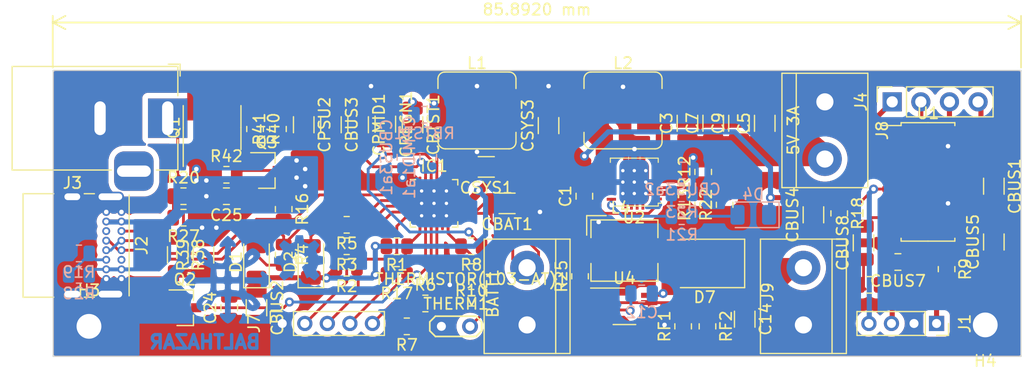
<source format=kicad_pcb>
(kicad_pcb (version 20220427) (generator pcbnew)
  (layers (0 "F.Cu" signal) (31 "B.Cu" signal) (34 "B.Paste" user) (35 "F.Paste" user) (36 "B.SilkS" user "B.Silkscreen") (37 "F.SilkS" user "F.Silkscreen") (38 "B.Mask" user) (39 "F.Mask" user) (44 "Edge.Cuts" user))
  (net 0 "")
  (net 1 "PGND")
  (net 2 "Net-(CBTST1-Pad1)")
  (net 3 "Net-(BATT1-Pin_2)")
  (net 4 "VSYS")
  (net 5 "VBUS")
  (net 6 "Net-(CBUS5-Pad1)")
  (net 7 "Net-(U2-EN)")
  (net 8 "Net-(U4-FREQ)")
  (net 9 "Net-(CBUS8-Pad1)")
  (net 10 "Net-(D7-A)")
  (net 11 "12V")
  (net 12 "Net-(Q1-G)")
  (net 13 "Net-(IC1-BTST)")
  (net 14 "Net-(U1-IN_R)")
  (net 15 "Net-(U1-VREF)")
  (net 16 "Net-(U1-IN_L)")
  (net 17 "Net-(IC1-REGN)")
  (net 18 "Net-(D1-C)")
  (net 19 "Net-(D2-C)")
  (net 20 "Net-(D4-C)")
  (net 21 "Net-(IC1-PSEL)")
  (net 22 "Net-(IC1-/PG)")
  (net 23 "Net-(IC1-STAT)")
  (net 24 "Net-(IC1-SCL)")
  (net 25 "Net-(IC1-SDA)")
  (net 26 "Net-(IC1-INT)")
  (net 27 "Net-(IC1-OTG)")
  (net 28 "Net-(IC1-/CE)")
  (net 29 "Net-(IC1-ILIM)")
  (net 30 "Net-(IC1-TS1)")
  (net 31 "Net-(IC1-SW)")
  (net 32 "Net-(J1-Pin_1)")
  (net 33 "Net-(J1-Pin_3)")
  (net 34 "Net-(J1-Pin_4)")
  (net 35 "Net-(J2-CC1)")
  (net 37 "5V")
  (net 38 "Net-(J2-CC2)")
  (net 40 "Net-(J4-Pin_1)")
  (net 41 "Net-(J4-Pin_2)")
  (net 42 "VPSU")
  (net 43 "Net-(J4-Pin_3)")
  (net 44 "POWERBANKOUT")
  (net 45 "Net-(J4-Pin_4)")
  (net 46 "Net-(U2-L1)")
  (net 47 "Net-(U2-L2)")
  (net 48 "Net-(Q2-G)")
  (net 49 "Net-(Q3-G)")
  (net 50 "Net-(U2-FB)")
  (net 51 "Net-(U2-PG)")
  (net 52 "Net-(U4-FB)")
  (net 53 "Net-(U2-PGND)")
  (footprint "Capacitor_SMD:C_1206_3216Metric" (layer "F.Cu") (at 141.1 69.85 180)
    (fp_text reference "CBAT1")
    (fp_text value "10uF")
  )
  (footprint "Capacitor_SMD:C_1206_3216Metric" (layer "F.Cu") (at 132.715 62.865 -90)
    (fp_text reference "CBTST1")
    (fp_text value "1uF")
  )
  (footprint "Capacitor_SMD:C_1206_3216Metric" (layer "F.Cu") (at 184.277 68.326 -90)
    (fp_text reference "CBUS1")
    (fp_text value "10uF")
  )
  (footprint "Capacitor_SMD:C_1206_3216Metric" (layer "F.Cu") (at 118.872 79.121 -90)
    (fp_text reference "CBUS2")
    (fp_text value "1uF")
  )
  (footprint "Capacitor_SMD:C_1206_3216Metric" (layer "F.Cu") (at 125.476 62.865 -90)
    (fp_text reference "CBUS3")
    (fp_text value "1uF")
  )
  (footprint "Capacitor_SMD:C_1206_3216Metric" (layer "F.Cu") (at 168.275 70.866 90)
    (fp_text reference "CBUS4")
    (fp_text value "10uF")
  )
  (footprint "Capacitor_SMD:C_1206_3216Metric" (layer "F.Cu") (at 184.277 73.279 90)
    (fp_text reference "CBUS5")
    (fp_text value "1uF")
  )
  (footprint "Capacitor_SMD:C_0805_2012Metric" (layer "F.Cu") (at 175.768 75.057 180)
    (fp_text reference "CBUS7")
    (fp_text value "0.1uF")
  )
  (footprint "Capacitor_SMD:C_1206_3216Metric" (layer "F.Cu") (at 172.72 73.357 90)
    (fp_text reference "CBUS8")
    (fp_text value "1uF")
  )
  (footprint "Capacitor_SMD:C_1206_3216Metric" (layer "F.Cu") (at 127.889 62.865 -90)
    (fp_text reference "CPMID1")
    (fp_text value "10uF")
  )
  (footprint "Capacitor_SMD:C_1206_3216Metric" (layer "F.Cu") (at 139.2555 66.6115 180)
    (fp_text reference "CSYS1")
    (fp_text value "10uF")
  )
  (footprint "LED_SMD:LED_1206_3216Metric" (layer "F.Cu") (at 118.872 75.057 90)
    (fp_text reference "D1")
    (fp_text value "Led")
  )
  (footprint "LED_SMD:LED_1206_3216Metric" (layer "F.Cu") (at 123.698 75.057 90)
    (fp_text reference "D2")
    (fp_text value "Led")
  )
  (footprint "Resistor_SMD:R_0805_2012Metric" (layer "F.Cu") (at 121.285 74.422 -90)
    (fp_text reference "R4")
    (fp_text value "2K2")
  )
  (footprint "Resistor_SMD:R_0805_2012Metric" (layer "F.Cu") (at 126.873 71.755 180)
    (fp_text reference "R5")
    (fp_text value "2K2")
  )
  (footprint "Resistor_SMD:R_0805_2012Metric" (layer "F.Cu") (at 132.207 80.772 180)
    (fp_text reference "R7")
    (fp_text value "265")
  )
  (footprint "Resistor_SMD:R_0805_2012Metric" (layer "F.Cu") (at 137.925 73.66 180)
    (fp_text reference "R8")
    (fp_text value "2K2")
  )
  (footprint "Resistor_SMD:R_0805_2012Metric" (layer "F.Cu") (at 180.086 75.692 -90)
    (fp_text reference "R9")
    (fp_text value "2K2")
  )
  (footprint "Resistor_SMD:R_0805_2012Metric" (layer "F.Cu") (at 137.922 75.946 180)
    (fp_text reference "R10")
    (fp_text value "6K8")
  )
  (footprint "Resistor_SMD:R_0805_2012Metric" (layer "F.Cu") (at 173.228 77.089)
    (fp_text reference "R11" hide)
    (fp_text value "2K2")
  )
  (footprint "Capacitor_SMD:C_0805_2012Metric" (layer "F.Cu") (at 147.955 69.215 90)
    (fp_text reference "C1")
    (fp_text value "0.1uF" hide)
  )
  (footprint "Capacitor_SMD:C_1206_3216Metric" (layer "F.Cu") (at 157.099 62.738 90)
    (fp_text reference "C3")
    (fp_text value "22uF")
  )
  (footprint "Capacitor_SMD:C_1206_3216Metric" (layer "F.Cu") (at 163.957 62.741 90)
    (fp_text reference "C5")
    (fp_text value "22uF")
  )
  (footprint "Capacitor_SMD:C_1206_3216Metric" (layer "F.Cu") (at 159.385 62.735 90)
    (fp_text reference "C7")
    (fp_text value "22uF")
  )
  (footprint "Capacitor_SMD:C_1206_3216Metric" (layer "F.Cu") (at 161.671 62.738 90)
    (fp_text reference "C9")
    (fp_text value "22uF")
  )
  (footprint "Capacitor_SMD:C_1206_3216Metric" (layer "F.Cu") (at 123.063 62.865 -90)
    (fp_text reference "CPSU2")
    (fp_text value "1uF")
  )
  (footprint "Capacitor_SMD:C_1206_3216Metric" (layer "F.Cu") (at 144.78 62.943 90)
    (fp_text reference "CSYS3")
    (fp_text value "10uF")
  )
  (footprint "Resistor_SMD:R_0805_2012Metric" (layer "F.Cu") (at 158.496 67.056 90)
    (fp_text reference "R12")
    (fp_text value "1M")
  )
  (footprint "Resistor_SMD:R_0805_2012Metric" (layer "F.Cu") (at 158.496 69.977 90)
    (fp_text reference "R13")
    (fp_text value "180K")
  )
  (footprint "Resistor_SMD:R_0805_2012Metric" (layer "F.Cu") (at 137.922 78.232)
    (fp_text reference "THERMISTOR(103-AT)1")
    (fp_text value "10K")
  )
  (footprint "Capacitor_SMD:C_1206_3216Metric" (layer "F.Cu") (at 130.302 62.816 -90)
    (fp_text reference "CREGN1")
    (fp_text value "1uF")
  )
  (footprint "Package_SO:SOP-16_4.55x10.3mm_P1.27mm" (layer "F.Cu") (at 178.435 67.945)
    (fp_text reference "U1")
    (fp_text value "PAM8403-SOP16")
  )
  (footprint "Resistor_SMD:R_0805_2012Metric" (layer "F.Cu") (at 170.561 70.739 -90)
    (fp_text reference "R18")
    (fp_text value "10K")
  )
  (footprint "Package_DFN_QFN:QFN-24-1EP_4x4mm_P0.5mm_EP2.7x2.7mm_ThermalVias" (layer "F.Cu") (at 134.62 69.85)
    (fp_text reference "IC1")
    (fp_text value "BQ24193")
  )
  (footprint "TestPoint:TestPoint_2Pads_Pitch2.54mm_Drill0.8mm" (layer "F.Cu") (at 135.275 80.772)
    (fp_text reference "THERM1")
    (fp_text value "thermistor")
  )
  (footprint "Resistor_SMD:R_0805_2012Metric" (layer "F.Cu") (at 147.574 76.327 90)
    (fp_text reference "R25")
    (fp_text value "150K")
  )
  (footprint "Package_SON:WSON-14-1EP_4.0x4.0mm_P0.5mm_EP2.6x2.6mmThermalPads" (layer "F.Cu") (at 152.385 67.96 180)
    (fp_text reference "U2")
    (fp_text value "TPS63020")
  )
  (footprint "TerminalBlock:TerminalBlock_bornier-2_P5.08mm" (layer "F.Cu") (at 142.875 80.645 90)
    (fp_text reference "BATT1")
    (fp_text value "1s LiPo")
  )
  (footprint "TerminalBlock:TerminalBlock_bornier-2_P5.08mm" (layer "F.Cu") (at 169.291 60.833 -90)
    (fp_text reference "J8")
    (fp_text value "5V 3A")
  )
  (footprint "TerminalBlock:TerminalBlock_bornier-2_P5.08mm" (layer "F.Cu") (at 167.386 80.645 90)
    (fp_text reference "J9")
    (fp_text value "12V 2A")
  )
  (footprint "Connector_USB:USB_C_Receptacle_GCT_USB4085" (layer "F.Cu") (at 106.895 70.612 -90)
    (fp_text reference "J2")
    (fp_text value "USB_C_Receptacle_USB2.0")
  )
  (footprint "Inductor_SMD:L_Bourns_SRP7028A_7.3x6.6mm" (layer "F.Cu") (at 138.43 61.595)
    (fp_text reference "L1")
    (fp_text value "2.2uH 4A")
  )
  (footprint "Inductor_SMD:L_Bourns_SRP7028A_7.3x6.6mm" (layer "F.Cu") (at 151.384 61.595)
    (fp_text reference "L2")
    (fp_text value "1.5uH 4A")
  )
  (footprint "Connector_BarrelJack:BarrelJack_Horizontal" (layer "F.Cu") (at 110.998 62.2885)
    (fp_text reference "J3")
    (fp_text value "5-15V / 3-5A")
  )
  (footprint "Capacitor_SMD:C_0805_2012Metric" (layer "F.Cu") (at 116.459 79.121 90)
    (fp_text reference "C24")
    (fp_text value "0.1uF")
  )
  (footprint "Capacitor_SMD:C_0805_2012Metric" (layer "F.Cu") (at 116.205 69.215 180)
    (fp_text reference "C25")
    (fp_text value "1nF")
  )
  (footprint "Package_TO_SOT_SMD:SOT-23" (layer "F.Cu") (at 112.522 79.121)
    (fp_text reference "Q2")
    (fp_text value "BSS138")
  )
  (footprint "Package_TO_SOT_SMD:SOT-23" (layer "F.Cu") (at 119.761 66.929)
    (fp_text reference "Q3")
    (fp_text value "BSS138")
  )
  (footprint "Resistor_SMD:R_0805_2012Metric" (layer "F.Cu") (at 112.395 69.215)
    (fp_text reference "R20")
    (fp_text value "56K")
  )
  (footprint "Resistor_SMD:R_0805_2012Metric" (layer "F.Cu") (at 112.395 71.12 180)
    (fp_text reference "R27")
    (fp_text value "5K1")
  )
  (footprint "Resistor_SMD:R_0805_2012Metric" (layer "F.Cu") (at 118.745 63.246 -90)
    (fp_text reference "R40")
    (fp_text value "262K")
  )
  (footprint "Resistor_SMD:R_0805_2012Metric" (layer "F.Cu") (at 120.777 63.246 90)
    (fp_text reference "R41")
    (fp_text value "100K")
  )
  (footprint "Resistor_SMD:R_0805_2012Metric" (layer "F.Cu") (at 116.205 67.31)
    (fp_text reference "R42")
    (fp_text value "10K")
  )
  (footprint "Resistor_SMD:R_0805_2012Metric" (layer "F.Cu") (at 131.318 73.66 180)
    (fp_text reference "R1")
    (fp_text value "10K")
  )
  (footprint "Resistor_SMD:R_0805_2012Metric" (layer "F.Cu") (at 126.873 75.565 180)
    (fp_text reference "R2")
    (fp_text value "10K")
  )
  (footprint "Resistor_SMD:R_0805_2012Metric" (layer "F.Cu") (at 126.873 73.66 180)
    (fp_text reference "R3")
    (fp_text value "10K")
  )
  (footprint "Resistor_SMD:R_0805_2012Metric" (layer "F.Cu") (at 133.855 78.74)
    (fp_text reference "R6")
    (fp_text value "10K")
  )
  (footprint "Resistor_SMD:R_0805_2012Metric" (layer "F.Cu") (at 121.285 70.358 -90)
    (fp_text reference "R16")
    (fp_text value "10K")
  )
  (footprint "Resistor_SMD:R_0805_2012Metric" (layer "F.Cu") (at 131.315 76.2 180)
    (fp_text reference "R17")
    (fp_text value "10K")
  )
  (footprint "Connector_PinSocket_2.54mm:PinSocket_1x04_P2.54mm_Vertical" (layer "F.Cu") (at 175.26 60.833 90)
    (fp_text reference "J4")
    (fp_text value "AudioOUT")
  )
  (footprint "Connector_PinSocket_2.00mm:PinSocket_1x05_P2.00mm_Vertical" (layer "F.Cu") (at 121.158 80.518 90)
    (fp_text reference "J7")
    (fp_text value "uC host")
  )
  (footprint "Connector_PinSocket_2.00mm:PinSocket_1x04_P2.00mm_Vertical" (layer "F.Cu") (at 179.197 80.518 -90)
    (fp_text reference "J1")
    (fp_text value "AudioIN")
  )
  (footprint "Resistor_SMD:R_1206_3216Metric" (layer "F.Cu") (at 111.887 74.422 -90)
    (fp_text reference "R38")
    (fp_text value "120K")
  )
  (footprint "Resistor_SMD:R_1206_3216Metric" (layer "F.Cu") (at 114.173 74.422 90)
    (fp_text reference "R39")
    (fp_text value "49K9")
  )
  (footprint "MountingHole:MountingHole_2.2mm_M2_Pad" (layer "F.Cu") (at 104.013 80.772)
    (fp_text reference "H3")
    (fp_text value "hole" hide)
  )
  (footprint "MountingHole:MountingHole_2.2mm_M2_Pad" (layer "F.Cu") (at 183.515 80.645 180)
    (fp_text reference "H4")
    (fp_text value "MountingHole_Pad" hide)
  )
  (footprint "Package_SO:SOIC-8_3.9x4.9mm_P1.27mm" (layer "F.Cu") (at 114.935 63.119 90)
    (fp_text reference "Q1")
    (fp_text value "IRF7404")
  )
  (footprint "Capacitor_SMD:C_1206_3216Metric" (layer "F.Cu") (at 162.179 80.137 -90)
    (fp_text reference "C14")
    (fp_text value "22uF")
  )
  (footprint "Resistor_SMD:R_0805_2012Metric" (layer "F.Cu") (at 158.877 80.772 -90)
    (fp_text reference "RF2")
    (fp_text value "100K")
  )
  (footprint "Resistor_SMD:R_0805_2012Metric" (layer "F.Cu") (at 156.718 80.772 90)
    (fp_text reference "RF1")
    (fp_text value "820K")
  )
  (footprint "Inductor_SMD:L_Bourns_SRP5030T" (layer "F.Cu") (at 151.511 74.041)
    (fp_text reference "L4")
    (fp_text value "4.7uH 2A")
  )
  (footprint "Diode_SMD:D_SMB" (layer "F.Cu") (at 158.623 75.184 180)
    (fp_text reference "D7")
    (fp_text value "B320")
  )
  (footprint "Resistor_SMD:R_0805_2012Metric" (layer "F.Cu") (at 160.401 69.977 90)
    (fp_text reference "R22")
    (fp_text value "270K")
  )
  (footprint "Package_SO:VSSOP-8_3.0x3.0mm_P0.65mm" (layer "F.Cu") (at 151.511 78.994)
    (fp_text reference "U4")
    (fp_text value "LM2623")
  )
  (footprint "LED_SMD:LED_1206_3216Metric" (layer "B.Cu") (at 162.941 70.866 180)
    (fp_text reference "D4")
    (fp_text value "Led")
  )
  (footprint "Resistor_SMD:R_0805_2012Metric" (layer "B.Cu") (at 156.591 70.993)
    (fp_text reference "R21")
    (fp_text value "2K2")
  )
  (footprint "Resistor_SMD:R_0805_2012Metric" (layer "B.Cu") (at 156.591 68.961)
    (fp_text reference "R23")
    (fp_text value "1M")
  )
  (footprint "Resistor_SMD:R_0805_2012Metric" (layer "B.Cu") (at 133.7545 61.976)
    (fp_text reference "RBTST1")
    (fp_text value "R")
  )
  (footprint "Capacitor_SMD:C_0805_2012Metric" (layer "B.Cu") (at 132.08 65.7605 -90)
    (fp_text reference "CBUS3a1")
    (fp_text value "0.1uF")
  )
  (footprint "Capacitor_SMD:C_0805_2012Metric" (layer "B.Cu") (at 156.652 66.929)
    (fp_text reference "CBUS3a2")
    (fp_text value "0.1uF")
  )
  (footprint "Capacitor_SMD:C_0805_2012Metric" (layer "B.Cu") (at 134.112 65.7605 -90)
    (fp_text reference "CPMID1a1")
    (fp_text value "0.1uF")
  )
  (footprint "Resistor_SMD:R_0805_2012Metric" (layer "B.Cu") (at 103.124 74.295)
    (fp_text reference "R19")
    (fp_text value "5K1")
  )
  (footprint "Resistor_SMD:R_0805_2012Metric" (layer "B.Cu") (at 103.124 76.2)
    (fp_text reference "R28")
    (fp_text value "56K")
  )
  (footprint "Symbol:BALTHAZARlogo150" (layer "B.Cu") (at 116.332 76.708)
    (fp_text reference "G***" hide)
    (fp_text value "LOGO" hide)
  )
  (footprint "Symbol:OSHW-Logo_Copper" (layer "B.Cu") (at 122.682 75.692 180)
    (fp_text reference "REF**" hide)
    (fp_text value "OSHW-Logo_Copper" hide)
  )
  (footprint "Capacitor_SMD:C_0805_2012Metric" (layer "B.Cu") (at 153.035 77.851)
    (fp_text reference "C12")
    (fp_text value "4.7pF")
  )
  (gr_line (start 186.69 58.039) (end 100.838 58.039) (stroke (width 0.1)) (layer "Edge.Cuts"))
  (gr_line (start 100.838 83.439) (end 186.69 83.439) (stroke (width 0.1)) (layer "Edge.Cuts"))
  (gr_line (start 186.69 83.439) (end 186.69 58.039) (stroke (width 0.1)) (layer "Edge.Cuts"))
  (gr_line (start 100.838 58.039) (end 100.838 83.439) (stroke (width 0.1)) (layer "Edge.Cuts"))
  (gr_text "BALTHAZAR" (at 114.3 82.169) (layer "B.Cu") (effects (font (size 1.2 1.2) (thickness 0.3)) (justify mirror)))
  (dimension (type aligned) (layer "F.SilkS") (pts (xy 100.798 57.7885) (xy 186.69 57.785)) (height -4.001945) (gr_text "85.8920  mm" (at 143.74379 52.634805 0.002334736974) (layer "F.SilkS") (effects (font (size 1 1) (thickness 0.15)))) (format (units 2) (units_format 1) (precision 4)) (style (thickness 0.15) (arrow_length 1.27) (text_position_mode 0) (extension_height 0.58642) (extension_offset 0) keep_text_aligned))
  (segment (start 155.696 69.209) (end 155.447 68.96) (width 0.45) (layer "F.Cu") (net 1))
  (segment (start 136.5825 68.6) (end 136.8565 68.326) (width 0.45) (layer "F.Cu") (net 1))
  (segment (start 152.131 69.992) (end 152.131 69.23) (width 0.45) (layer "F.Cu") (net 1))
  (segment (start 135.989144 68.94999) (end 135.839134 69.1) (width 0.45) (layer "F.Cu") (net 1))
  (segment (start 136.7075 68.975) (end 136.7075 67.2545) (width 0.45) (layer "F.Cu") (net 1))
  (segment (start 136.5825 68.1355) (end 137.154 67.564) (width 0.45) (layer "F.Cu") (net 1))
  (segment (start 114.055 70.485) (end 118.999 70.485) (width 0.45) (layer "F.Cu") (net 1))
  (segment (start 135.37 69.1) (end 134.62 69.85) (width 0.45) (layer "F.Cu") (net 1))
  (segment (start 149.225 71.501) (end 149.225 71.435) (width 0.45) (layer "F.Cu") (net 1))
  (segment (start 151.638 65.024) (end 151.623 65.039) (width 0.45) (layer "F.Cu") (net 1))
  (segment (start 162.8 61.335) (end 161.925 61.335) (width 0.45) (layer "F.Cu") (net 1))
  (segment (start 152.639 68.214) (end 152.385 67.96) (width 0.45) (layer "F.Cu") (net 1))
  (segment (start 136.5825 68.6) (end 136.7075 68.725) (width 0.45) (layer "F.Cu") (net 1))
  (segment (start 164.576 61.335) (end 164.592 61.351) (width 0.45) (layer "F.Cu") (net 1))
  (segment (start 138.43 59.436) (end 138.303 59.436) (width 0.45) (layer "F.Cu") (net 1))
  (segment (start 114.173 71.873) (end 113.42 71.12) (width 0.45) (layer "F.Cu") (net 1))
  (segment (start 181.585 64.775) (end 181.58 64.77) (width 0.45) (layer "F.Cu") (net 1))
  (segment (start 136.5825 68.6) (end 136.5825 68.1355) (width 0.45) (layer "F.Cu") (net 1))
  (segment (start 137.154 67.564) (end 137.779 67.564) (width 0.45) (layer "F.Cu") (net 1))
  (segment (start 152.131 65.293) (end 152.4 65.024) (width 0.45) (layer "F.Cu") (net 1))
  (segment (start 160.401 70.8895) (end 158.496 70.8895) (width 0.45) (layer "F.Cu") (net 1))
  (segment (start 151.623 68.722) (end 152.385 67.96) (width 0.45) (layer "F.Cu") (net 1))
  (segment (start 158.496 70.8895) (end 156.4815 70.8895) (width 0.45) (layer "F.Cu") (net 1))
  (segment (start 136.5825 69.1) (end 136.7075 68.975) (width 0.45) (layer "F.Cu") (net 1))
  (segment (start 154.391 79.969) (end 155.067 80.645) (width 0.45) (layer "F.Cu") (net 1))
  (segment (start 137.140758 68.94999) (end 135.989144 68.94999) (width 0.45) (layer "F.Cu") (net 1))
  (segment (start 152.131 69.23) (end 152.385 68.976) (width 0.45) (layer "F.Cu") (net 1))
  (segment (start 137.29501 68.795738) (end 137.140758 68.94999) (width 0.45) (layer "F.Cu") (net 1))
  (segment (start 149.225 71.501) (end 154.299 71.501) (width 0.45) (layer "F.Cu") (net 1))
  (segment (start 152.131 65.928) (end 152.131 65.293) (width 0.45) (layer "F.Cu") (net 1))
  (segment (start 136.07 69.1) (end 135.72 68.75) (width 0.45) (layer "F.Cu") (net 1))
  (segment (start 177.197 80.518) (end 177.292 80.423) (width 0.45) (layer "F.Cu") (net 1))
  (segment (start 121.7695 61.341) (end 120.777 62.3335) (width 0.45) (layer "F.Cu") (net 1))
  (segment (start 135.839134 69.1) (end 135.37 69.1) (width 0.45) (layer "F.Cu") (net 1))
  (segment (start 154.299 71.501) (end 155.696 70.104) (width 0.45) (layer "F.Cu") (net 1))
  (segment (start 115.316 72.009) (end 115.316 72.754) (width 0.45) (layer "F.Cu") (net 1))
  (segment (start 136.5825 68.9035) (end 136.5825 68.6) (width 0.45) (layer "F.Cu") (net 1))
  (segment (start 136.8565 68.326) (end 137.16 68.326) (width 0.45) (layer "F.Cu") (net 1))
  (segment (start 149.225 71.435) (end 147.955 70.165) (width 0.45) (layer "F.Cu") (net 1))
  (segment (start 180.218004 69.855) (end 180.213004 69.85) (width 0.45) (layer "F.Cu") (net 1))
  (segment (start 152.639 67.706) (end 152.385 67.96) (width 0.45) (layer "F.Cu") (net 1))
  (segment (start 153.147 65.205315) (end 153.147 65.928) (width 0.45) (layer "F.Cu") (net 1))
  (segment (start 113.42 71.12) (end 114.055 70.485) (width 0.45) (layer "F.Cu") (net 1))
  (segment (start 137.29501 67.70501) (end 137.29501 68.795738) (width 0.45) (layer "F.Cu") (net 1))
  (segment (start 119.256 80.518) (end 119.253 80.521) (width 0.45) (layer "F.Cu") (net 1))
  (segment (start 136.5825 69.1) (end 136.07 69.1) (width 0.45) (layer "F.Cu") (net 1))
  (segment (start 151.623 65.039) (end 151.623 65.928) (width 0.45) (layer "F.Cu") (net 1))
  (segment (start 115.048 73.022) (end 114.173 73.022) (width 0.45) (layer "F.Cu") (net 1))
  (segment (start 164.465 60.833) (end 163.957 61.341) (width 0.45) (layer "F.Cu") (net 1))
  (segment (start 153.711 79.969) (end 154.391 79.969) (width 0.45) (layer "F.Cu") (net 1))
  (segment (start 156.4815 70.8895) (end 155.696 70.104) (width 0.45) (layer "F.Cu") (net 1))
  (segment (start 121.285 69.4455) (end 121.1725 69.333) (width 0.45) (layer "F.Cu") (net 1))
  (segment (start 161.925 61.335) (end 164.576 61.335) (width 0.45) (layer "F.Cu") (net 1))
  (segment (start 136.5825 68.6) (end 136.5825 69.1) (width 0.45) (layer "F.Cu") (net 1))
  (segment (start 137.0095 78.0815) (end 137.0095 78.232) (width 0.45) (layer "F.Cu") (net 1))
  (segment (start 152.4 65.024) (end 151.638 65.024) (width 0.45) (layer "F.Cu") (net 1))
  (segment (start 153.417 68.96) (end 153.401 68.976) (width 0.45) (layer "F.Cu") (net 1))
  (segment (start 118.999 70.485) (end 120.0385 69.4455) (width 0.45) (layer "F.Cu") (net 1))
  (segment (start 155.447 68.96) (end 153.417 68.96) (width 0.45) (layer "F.Cu") (net 1))
  (segment (start 127.889 61.341) (end 121.7695 61.341) (width 0.45) (layer "F.Cu") (net 1))
  (segment (start 152.4 65.024) (end 152.965685 65.024) (width 0.45) (layer "F.Cu") (net 1))
  (segment (start 163.03632 61.335) (end 162.8 61.335) (width 0.45) (layer "F.Cu") (net 1))
  (segment (start 136.5825 69.1) (end 136.5825 68.9035) (width 0.45) (layer "F.Cu") (net 1))
  (segment (start 152.639 65.263) (end 152.4 65.024) (width 0.45) (layer "F.Cu") (net 1))
  (segment (start 136.922 76.184) (end 136.922 75.946) (width 0.45) (layer "F.Cu") (net 1))
  (segment (start 136.5575 68.6) (end 136.7075 68.45) (width 0.45) (layer "F.Cu") (net 1))
  (segment (start 114.173 73.022) (end 114.173 71.873) (width 0.45) (layer "F.Cu") (net 1))
  (segment (start 152.131 68.214) (end 152.385 67.96) (width 0.45) (layer "F.Cu") (net 1))
  (segment (start 120.0385 69.4455) (end 121.285 69.4455) (width 0.45) (layer "F.Cu") (net 1))
  (segment (start 152.965685 65.024) (end 153.147 65.205315) (width 0.45) (layer "F.Cu") (net 1))
  (segment (start 142.875 79.814) (end 143.256 79.433) (width 0.45) (layer "F.Cu") (net 1))
  (segment (start 136.4325 68.75) (end 135.72 68.75) (width 0.45) (layer "F.Cu") (net 1))
  (segment (start 152.4 67.945) (end 152.385 67.96) (width 0.45) (layer "F.Cu") (net 1))
  (segment (start 152.639 65.928) (end 152.639 65.263) (width 0.45) (layer "F.Cu") (net 1))
  (segment (start 180.085978 69.85) (end 180.213004 69.85) (width 0.45) (layer "F.Cu") (net 1))
  (segment (start 155.696 70.104) (end 155.696 69.209) (width 0.45) (layer "F.Cu") (net 1))
  (segment (start 147.955 70.165) (end 147.955 70.2525) (width 0.45) (layer "F.Cu") (net 1))
  (segment (start 137.779 67.564) (end 138.43 66.913) (width 0.45) (layer "F.Cu") (net 1))
  (segment (start 137.154 67.564) (end 137.29501 67.70501) (width 0.45) (layer "F.Cu") (net 1))
  (segment (start 136.5825 68.6) (end 136.4325 68.75) (width 0.45) (layer "F.Cu") (net 1))
  (segment (start 115.316 72.754) (end 115.048 73.022) (width 0.45) (layer "F.Cu") (net 1))
  (via (at 114.046 72.009) (size 0.8) (drill 0.4) (layers "F.Cu" "B.Cu") (net 1))
  (via (at 180.213 64.77) (size 0.8) (drill 0.4) (layers "F.Cu" "B.Cu") (net 1))
  (via (at 151.384 59.4995) (size 0.8) (drill 0.4) (layers "F.Cu" "B.Cu") (net 1))
  (via (at 138.43 59.436) (size 0.8) (drill 0.4) (layers "F.Cu" "B.Cu") (net 1))
  (via (at 138.43 65.278) (size 0.8) (drill 0.4) (layers "F.Cu" "B.Cu") (net 1))
  (via (at 144.018 70.612) (size 0.8) (drill 0.4) (layers "F.Cu" "B.Cu") (net 1))
  (via (at 115.316 72.009) (size 0.8) (drill 0.4) (layers "F.Cu" "B.Cu") (net 1))
  (via (at 136.017 77.089) (size 0.8) (drill 0.4) (layers "F.Cu" "B.Cu") (net 1))
  (via (at 149.225 71.501) (size 0.8) (drill 0.4) (layers "F.Cu" "B.Cu") (net 1))
  (via (at 144.78 59.436) (size 0.8) (drill 0.4) (layers "F.Cu" "B.Cu") (net 1))
  (via (at 129.032 59.436) (size 0.8) (drill 0.4) (layers "F.Cu" "B.Cu") (net 1))
  (via (at 180.213004 69.85) (size 0.8) (drill 0.4) (layers "F.Cu" "B.Cu") (net 1))
  (via (at 152.4 65.024) (size 0.8) (drill 0.4) (layers "F.Cu" "B.Cu") (net 1))
  (via (at 155.067 80.645) (size 0.8) (drill 0.4) (layers "F.Cu" "B.Cu") (net 1))
  (segment (start 105.114 77.912) (end 105.114 80.687) (width 0.45) (layer "B.Cu") (net 1))
  (segment (start 136.525 68.707) (end 136.525 69.215) (width 0.45) (layer "B.Cu") (net 1))
  (segment (start 135.181 64.823) (end 135.72 65.362) (width 0.45) (layer "B.Cu") (net 1))
  (segment (start 134.62 69.85) (end 133.545 70.925) (width 0.45) (layer "B.Cu") (net 1))
  (segment (start 104.14 62.103) (end 104.14 64.053) (width 0.45) (layer "B.Cu") (net 1))
  (segment (start 136.525 68.453) (end 136.525 68.707) (width 0.45) (layer "B.Cu") (net 1))
  (segment (start 134.62 67.945) (end 133.477 67.945) (width 0.45) (layer "B.Cu") (net 1))
  (segment (start 135.695 70.925) (end 135.695 71.56) (width 0.45) (layer "B.Cu") (net 1))
  (segment (start 151.369 68.976) (end 151.369 68.951) (width 0.45) (layer "B.Cu") (net 1))
  (segment (start 134.62 69.85) (end 132.715 69.85) (width 0.45) (layer "B.Cu") (net 1))
  (segment (start 136.073553 68.75) (end 135.72 68.75) (width 0.45) (layer "B.Cu") (net 1))
  (segment (start 135.695 70.925) (end 136.33 70.925) (width 0.45) (layer "B.Cu") (net 1))
  (segment (start 135.695 71.56) (end 135.763 71.628) (width 0.45) (layer "B.Cu") (net 1))
  (segment (start 133.52 67.988) (end 133.52 68.75) (width 0.45) (layer "B.Cu") (net 1))
  (segment (start 136.017 67.945) (end 136.525 68.453) (width 0.45) (layer "B.Cu") (net 1))
  (segment (start 104.14 64.053) (end 105.029 64.942) (width 0.45) (layer "B.Cu") (net 1))
  (segment (start 133.477 67.945) (end 133.52 67.988) (width 0.45) (layer "B.Cu") (net 1))
  (segment (start 133.477 67.945) (end 133.35 67.945) (width 0.45) (layer "B.Cu") (net 1))
  (segment (start 135.255 67.945) (end 135.763 67.945) (width 0.45) (layer "B.Cu") (net 1))
  (segment (start 134.62 71.755) (end 133.35 71.755) (width 0.45) (layer "B.Cu") (net 1))
  (segment (start 105.114 80.687) (end 105.029 80.772) (width 0.45) (layer "B.Cu") (net 1))
  (segment (start 135.72 67.988) (end 135.72 68.75) (width 0.45) (layer "B.Cu") (net 1))
  (segment (start 136.33 70.925) (end 136.525 71.12) (width 0.45) (layer "B.Cu") (net 1))
  (segment (start 136.525 68.707) (end 136.482 68.75) (width 0.45) (layer "B.Cu") (net 1))
  (segment (start 105.029 64.942) (end 105.029 66.294) (width 0.45) (layer "B.Cu") (net 1))
  (segment (start 152.36 65.064) (end 152.4 65.024) (width 0.45) (layer "B.Cu") (net 1))
  (segment (start 134.112 64.823) (end 135.181 64.823) (width 0.45) (layer "B.Cu") (net 1))
  (segment (start 135.72 65.362) (end 135.72 68.75) (width 0.45) (layer "B.Cu") (net 1))
  (segment (start 134.62 69.85) (end 133.52 68.75) (width 0.45) (layer "B.Cu") (net 1))
  (segment (start 136.482 68.75) (end 136.073553 68.75) (width 0.45) (layer "B.Cu") (net 1))
  (segment (start 132.08 64.823) (end 134.112 64.823) (width 0.45) (layer "B.Cu") (net 1))
  (segment (start 105.029 66.294) (end 105.029 69.177) (width 0.45) (layer "B.Cu") (net 1))
  (segment (start 134.62 69.85) (end 134.62 68.775) (width 0.45) (layer "B.Cu") (net 1))
  (segment (start 136.525 69.215) (end 136.525 71.12) (width 0.45) (layer "B.Cu") (net 1))
  (segment (start 135.255 67.945) (end 134.62 67.945) (width 0.45) (layer "B.Cu") (net 1))
  (segment (start 135.695 69.85) (end 136.525 69.85) (width 0.45) (layer "B.Cu") (net 1))
  (segment (start 136.525 71.12) (end 135.89 71.755) (width 0.45) (layer "B.Cu") (net 1))
  (segment (start 134.62 69.85) (end 135.695 69.85) (width 0.45) (layer "B.Cu") (net 1))
  (segment (start 133.545 71.56) (end 133.35 71.755) (width 0.45) (layer "B.Cu") (net 1))
  (segment (start 134.62 69.85) (end 134.62 71.755) (width 0.45) (layer "B.Cu") (net 1))
  (segment (start 132.91 70.925) (end 132.715 70.925) (width 0.45) (layer "B.Cu") (net 1))
  (segment (start 134.62 69.85) (end 134.62 70.925) (width 0.45) (layer "B.Cu") (net 1))
  (segment (start 152.36 67.96) (end 152.36 67.935) (width 0.45) (layer "B.Cu") (net 1))
  (segment (start 132.715 71.12) (end 132.91 70.925) (width 0.45) (layer "B.Cu") (net 1))
  (segment (start 134.62 69.85) (end 135.695 70.925) (width 0.45) (layer "B.Cu") (net 1))
  (segment (start 132.715 68.775) (end 133.545 68.775) (width 0.45) (layer "B.Cu") (net 1))
  (segment (start 152.385 67.985) (end 152.36 67.96) (width 0.45) (layer "B.Cu") (net 1))
  (segment (start 135.763 71.628) (end 135.89 71.755) (width 0.45) (layer "B.Cu") (net 1))
  (segment (start 134.62 69.85) (end 134.62 67.945) (width 0.45) (layer "B.Cu") (net 1))
  (segment (start 133.35 71.755) (end 132.715 71.12) (width 0.45) (layer "B.Cu") (net 1))
  (segment (start 135.763 67.945) (end 135.72 67.988) (width 0.45) (layer "B.Cu") (net 1))
  (segment (start 134.62 69.85) (end 133.545 69.85) (width 0.45) (layer "B.Cu") (net 1))
  (segment (start 132.08 64.8105) (end 132.08 64.897) (width 0.45) (layer "B.Cu") (net 1))
  (segment (start 135.89 71.755) (end 134.62 71.755) (width 0.45) (layer "B.Cu") (net 1))
  (segment (start 152.36 67.96) (end 152.385 67.96) (width 0.45) (layer "B.Cu") (net 1))
  (segment (start 132.715 71.12) (end 132.715 68.58) (width 0.45) (layer "B.Cu") (net 1))
  (segment (start 134.62 69.85) (end 133.545 68.775) (width 0.45) (layer "B.Cu") (net 1))
  (segment (start 133.545 70.925) (end 133.545 71.56) (width 0.45) (layer "B.Cu") (net 1))
  (segment (start 105.029 69.177) (end 105.114 69.262) (width 0.45) (layer "B.Cu") (net 1))
  (segment (start 133.545 70.925) (end 132.91 70.925) (width 0.45) (layer "B.Cu") (net 1))
  (segment (start 132.715 68.58) (end 133.35 67.945) (width 0.45) (layer "B.Cu") (net 1))
  (segment (start 135.695 68.775) (end 134.62 69.85) (width 0.45) (layer "B.Cu") (net 1))
  (segment (start 135.763 67.945) (end 136.017 67.945) (width 0.45) (layer "B.Cu") (net 1))
  (segment (start 132.728 60.846) (end 132.715 60.833) (width 0.25) (layer "F.Cu") (net 2))
  (segment (start 132.715 60.833) (end 132.715 61.722) (width 0.25) (layer "F.Cu") (net 2))
  (segment (start 133.096 60.846) (end 132.728 60.846) (width 0.25) (layer "F.Cu") (net 2))
  (via (at 132.715 60.833) (size 0.8) (drill 0.4) (layers "F.Cu" "B.Cu") (net 2))
  (segment (start 132.715 61.849) (end 132.842 61.976) (width 0.25) (layer "B.Cu") (net 2))
  (segment (start 132.715 60.833) (end 132.715 61.849) (width 0.25) (layer "B.Cu") (net 2))
  (segment (start 142.113 74.803) (end 142.875 75.565) (width 0.25) (layer "F.Cu") (net 3))
  (segment (start 140.833 70.358) (end 140.833 71.11) (width 0.25) (layer "F.Cu") (net 3))
  (segment (start 141.605 74.803) (end 142.113 74.803) (width 0.25) (layer "F.Cu") (net 3))
  (segment (start 139.7 71.501) (end 141.605 73.406) (width 0.25) (layer "F.Cu") (net 3))
  (segment (start 143.891 74.168) (end 143.891 74.549) (width 0.25) (layer "F.Cu") (net 3))
  (segment (start 141.605 73.406) (end 141.605 74.803) (width 0.25) (layer "F.Cu") (net 3))
  (segment (start 139.7 70.725) (end 139.7 71.501) (width 0.25) (layer "F.Cu") (net 3))
  (segment (start 140.325 69.85) (end 140.833 70.358) (width 0.25) (layer "F.Cu") (net 3))
  (segment (start 140.833 71.11) (end 143.891 74.168) (width 0.25) (layer "F.Cu") (net 3))
  (segment (start 136.5575 70.739) (end 139.5915 70.739) (width 0.25) (layer "F.Cu") (net 3))
  (segment (start 139.5915 70.8335) (end 139.7 70.725) (width 0.25) (layer "F.Cu") (net 3))
  (segment (start 143.891 74.549) (end 142.875 75.565) (width 0.25) (layer "F.Cu") (net 3))
  (segment (start 138.315 70.6) (end 139.065 69.85) (width 0.25) (layer "F.Cu") (net 3))
  (segment (start 139.954 64.897) (end 139.954 67.564) (width 0.45) (layer "F.Cu") (net 4))
  (segment (start 176.185 69.855) (end 175.285 69.855) (width 0.25) (layer "F.Cu") (net 4))
  (segment (start 170.5845 69.85) (end 170.561 69.8265) (width 0.45) (layer "F.Cu") (net 4))
  (segment (start 149.007 74.041) (end 146.431 71.465) (width 0.45) (layer "F.Cu") (net 4))
  (segment (start 149.134 74.168) (end 149.261 74.041) (width 0.45) (layer "F.Cu") (net 4))
  (segment (start 149.652126 67.691) (end 150.368 67.691) (width 0.45) (layer "F.Cu") (net 4))
  (segment (start 118.872 76.457) (end 118.872 77.646) (width 0.45) (layer "F.Cu") (net 4))
  (segment (start 181.585 68.585) (end 181.585 67.305) (width 0.45) (layer "F.Cu") (net 4))
  (segment (start 146.685 74.168) (end 146.685 72.771) (width 0.45) (layer "F.Cu") (net 4))
  (segment (start 137.54359 70.1) (end 136.5575 70.1) (width 0.45) (layer "F.Cu") (net 4))
  (segment (start 141.155 61.595) (end 141.155 62.034) (width 0.45) (layer "F.Cu") (net 4))
  (segment (start 141.63 62.357) (end 140.716 62.357) (width 0.45) (layer "F.Cu") (net 4))
  (segment (start 175.28 67.31) (end 171.831 67.31) (width 0.45) (layer "F.Cu") (net 4))
  (segment (start 175.285 67.305) (end 176.662 67.305) (width 0.25) (layer "F.Cu") (net 4))
  (segment (start 146.431 66.8655) (end 148.7805 66.8655) (width 0.45) (layer "F.Cu") (net 4))
  (segment (start 148.7805 66.8655) (end 148.803563 66.842437) (width 0.45) (layer "F.Cu") (net 4))
  (segment (start 164.465 69.342) (end 168.226 69.342) (width 0.45) (layer "F.Cu") (net 4))
  (segment (start 146.685 74.168) (end 146.685 74.5255) (width 0.45) (layer "F.Cu") (net 4))
  (segment (start 175.285 69.855) (end 176.730002 69.855) (width 0.45) (layer "F.Cu") (net 4))
  (segment (start 139.7 67.564) (end 139.954 67.564) (width 0.45) (layer "F.Cu") (net 4))
  (segment (start 175.285 67.305) (end 175.28 67.31) (width 0.45) (layer "F.Cu") (net 4))
  (segment (start 148.336 66.374874) (end 148.803563 66.842437) (width 0.45) (layer "F.Cu") (net 4))
  (segment (start 181.585 67.305) (end 175.285 67.305) (width 0.45) (layer "F.Cu") (net 4))
  (segment (start 183.818 67.31) (end 184.277 66.851) (width 0.45) (layer "F.Cu") (net 4))
  (segment (start 125.9605 75.565) (end 125.0685 76.457) (width 0.45) (layer "F.Cu") (net 4))
  (segment (start 141.155 62.034) (end 142.497 63.376) (width 0.45) (layer "F.Cu") (net 4))
  (segment (start 129.413 76.2) (end 130.29 76.2) (width 0.45) (layer "F.Cu") (net 4))
  (segment (start 125.9605 73.66) (end 125.9605 75.565) (width 0.45) (layer "F.Cu") (net 4))
  (segment (start 136.652 69.85) (end 137.414 69.85) (width 0.45) (layer "F.Cu") (net 4))
  (segment (start 147.955 65.659) (end 147.91241 65.61641) (width 0.45) (layer "F.Cu") (net 4))
  (segment (start 147.6375 65.659) (end 147.955 65.659) (width 0.45) (layer "F.Cu") (net 4))
  (segment (start 170.639 69.85) (end 170.644 69.855) (width 0.45) (layer "F.Cu") (net 4))
  (segment (start 146.685 72.771) (end 145.796 71.882) (width 0.45) (layer "F.Cu") (net 4))
  (segment (start 144.78 64.418) (end 145.135 64.773) (width 0.45) (layer "F.Cu") (net 4))
  (segment (start 125.082575 76.483857) (end 125.9605 75.605932) (width 0.45) (layer "F.Cu") (net 4))
  (segment (start 181.685 67.31) (end 183.818 67.31) (width 0.45) (layer "F.Cu") (net 4))
  (segment (start 146.431 71.465) (end 146.431 66.8655) (width 0.45) (layer "F.Cu") (net 4))
  (segment (start 118.872 77.646) (end 118.918 77.6) (width 0.45) (layer "F.Cu") (net 4))
  (segment (start 168.275 69.391) (end 168.959 69.391) (width 0.45) (layer "F.Cu") (net 4))
  (segment (start 145.796 68.453) (end 144.907 67.564) (width 0.45) (layer "F.Cu") (net 4))
  (segment (start 146.685 74.168) (end 149.134 74.168) (width 0.45) (layer "F.Cu") (net 4))
  (segment (start 118.872 77.646) (end 118.347 78.171) (width 0.45) (layer "F.Cu") (net 4))
  (segment (start 145.135 64.773) (end 147.069 64.773) (width 0.45) (layer "F.Cu") (net 4))
  (segment (start 142.497 64.773) (end 140.078 64.773) (width 0.45) (layer "F.Cu") (net 4))
  (segment (start 139.954 67.564) (end 144.907 67.564) (width 0.45) (layer "F.Cu") (net 4))
  (segment (start 150.368 67.96) (end 150.368 67.46) (width 0.25) (layer "F.Cu") (net 4))
  (segment (start 142.497 64.773) (end 144.425 64.773) (width 0.45) (layer "F.Cu") (net 4))
  (segment (start 138.157598 69.106402) (end 138.557 68.707) (width 0.45) (layer "F.Cu") (net 4))
  (segment (start 177.678 67.305) (end 181.585 67.305) (width 0.25) (layer "F.Cu") (net 4))
  (segment (start 146.431 66.8655) (end 147.6375 65.659) (width 0.45) (layer "F.Cu") (net 4))
  (segment (start 168.959 69.391) (end 169.418 69.85) (width 0.45) (layer "F.Cu") (net 4))
  (segment (start 145.796 71.882) (end 145.796 68.453) (width 0.45) (layer "F.Cu") (net 4))
  (segment (start 178.694 68.585) (end 178.684 68.585) (width 0.45) (layer "F.Cu") (net 4))
  (segment (start 136.652 69.85) (end 137.16 69.85) (width 0.45) (layer "F.Cu") (net 4))
  (segment (start 125.9605 75.605932) (end 125.9605 73.66) (width 0.45) (layer "F.Cu") (net 4))
  (segment (start 175.1615 69.8265) (end 175.185 69.85) (width 0.45) (layer "F.Cu") (net 4))
  (segment (start 138.557 68.707) (end 139.7 67.564) (width 0.45) (layer "F.Cu") (net 4))
  (segment (start 118.347 78.171) (end 116.459 78.171) (width 0.45) (layer "F.Cu") (net 4))
  (segment (start 140.078 64.773) (end 139.954 64.897) (width 0.45) (layer "F.Cu") (net 4))
  (segment (start 137.414 69.85) (end 138.157598 69.106402) (width 0.45) (layer "F.Cu") (net 4))
  (segment (start 136.5825 69.7805) (end 136.652 69.85) (width 0.45) (layer "F.Cu") (net 4))
  (segment (start 178.684 68.585) (end 177.419 69.85) (width 0.45) (layer "F.Cu") (net 4))
  (segment (start 176.662 69.776998) (end 176.735002 69.85) (width 0.25) (layer "F.Cu") (net 4))
  (segment (start 139.954 63.119) (end 139.954 64.897) (width 0.45) (layer "F.Cu") (net 4))
  (segment (start 148.336 66.04) (end 148.336 66.374874) (width 0.45) (layer "F.Cu") (net 4))
  (segment (start 147.069 64.773) (end 147.955 65.659) (width 0.45) (layer "F.Cu") (net 4))
  (segment (start 170.561 69.8265) (end 170.561 68.58) (width 0.45) (layer "F.Cu") (net 4))
  (segment (start 178.694 68.585) (end 178.689 68.58) (width 0.45) (layer "F.Cu") (net 4))
  (segment (start 176.730002 69.855) (end 176.735002 69.85) (width 0.45) (layer "F.Cu") (net 4))
  (segment (start 123.698 76.457) (end 118.872 76.457) (width 0.45) (layer "F.Cu") (net 4))
  (segment (start 146.685 74.5255) (end 147.574 75.4145) (width 0.45) (layer "F.Cu") (net 4))
  (segment (start 176.662 67.305) (end 176.662 69.776998) (width 0.25) (layer "F.Cu") (net 4))
  (segment (start 125.0685 76.457) (end 123.698 76.457) (width 0.45) (layer "F.Cu") (net 4))
  (segment (start 148.803563 66.842437) (end 149.652126 67.691) (width 0.45) (layer "F.Cu") (net 4))
  (segment (start 176.779 69.855) (end 176.185 69.855) (width 0.25) (layer "F.Cu") (net 4))
  (segment (start 168.226 69.342) (end 168.275 69.391) (width 0.45) (layer "F.Cu") (net 4))
  (segment (start 176.735002 69.85) (end 177.419 69.85) (width 0.45) (layer "F.Cu") (net 4))
  (segment (start 171.831 67.31) (end 170.561 68.58) (width 0.45) (layer "F.Cu") (net 4))
  (segment (start 139.96 67.68359) (end 137.54359 70.1) (width 0.45) (layer "F.Cu") (net 4))
  (segment (start 176.662 67.305) (end 177.678 67.305) (width 0.25) (layer "F.Cu") (net 4))
  (segment (start 147.955 65.659) (end 148.336 66.04) (width 0.45) (layer "F.Cu") (net 4))
  (segment (start 169.418 69.85) (end 170.639 69.85) (width 0.45) (layer "F.Cu") (net 4))
  (segment (start 149.261 74.041) (end 149.007 74.041) (width 0.45) (layer "F.Cu") (net 4))
  (segment (start 142.497 63.376) (end 142.497 64.773) (width 0.45) (layer "F.Cu") (net 4))
  (segment (start 144.425 64.773) (end 144.78 64.418) (width 0.45) (layer "F.Cu") (net 4))
  (segment (start 181.585 68.585) (end 178.694 68.585) (width 0.45) (layer "F.Cu") (net 4))
  (segment (start 140.716 62.357) (end 139.954 63.119) (width 0.45) (layer "F.Cu") (net 4))
  (segment (start 130.4055 73.66) (end 129.413 73.66) (width 0.45) (layer "F.Cu") (net 4))
  (via (at 147.955 65.659) (size 0.8) (drill 0.4) (layers "F.Cu" "B.Cu") (net 4))
  (via (at 129.413 73.66) (size 0.8) (drill 0.4) (layers "F.Cu" "B.Cu") (net 4))
  (via (at 129.413 76.2) (size 0.8) (drill 0.4) (layers "F.Cu" "B.Cu") (net 4))
  (via (at 125.082575 76.483857) (size 0.8) (drill 0.4) (layers "F.Cu" "B.Cu") (net 4))
  (via (at 164.465 69.342) (size 0.8) (drill 0.4) (layers "F.Cu" "B.Cu") (net 4))
  (via (at 138.557 68.707) (size 0.8) (drill 0.4) (layers "F.Cu" "B.Cu") (net 4))
  (segment (start 164.465 69.342) (end 164.465 66.674992) (width 0.45) (layer "B.Cu") (net 4))
  (segment (start 129.413 73.66) (end 129.413 76.2) (width 0.45) (layer "B.Cu") (net 4))
  (segment (start 139.192 72.644) (end 139.192 69.342) (width 0.45) (layer "B.Cu") (net 4))
  (segment (start 125.082575 76.483857) (end 129.129143 76.483857) (width 0.45) (layer "B.Cu") (net 4))
  (segment (start 164.465 69.342) (end 164.465 70.742) (width 0.45) (layer "B.Cu") (net 4))
  (segment (start 147.955 65.61641) (end 147.955 65.659) (width 0.45) (layer "B.Cu") (net 4))
  (segment (start 138.176 73.66) (end 139.192 72.644) (width 0.45) (layer "B.Cu") (net 4))
  (segment (start 150.07141 63.5) (end 147.955 65.61641) (width 0.45) (layer "B.Cu") (net 4))
  (segment (start 164.465 66.674992) (end 161.290008 63.5) (width 0.45) (layer "B.Cu") (net 4))
  (segment (start 139.192 69.342) (end 138.43 68.58) (width 0.45) (layer "B.Cu") (net 4))
  (segment (start 164.465 70.742) (end 164.341 70.866) (width 0.45) (layer "B.Cu") (net 4))
  (segment (start 129.413 73.66) (end 138.176 73.66) (width 0.45) (layer "B.Cu") (net 4))
  (segment (start 129.129143 76.483857) (end 129.413 76.2) (width 0.45) (layer "B.Cu") (net 4))
  (segment (start 161.290008 63.5) (end 150.07141 63.5) (width 0.45) (layer "B.Cu") (net 4))
  (segment (start 113.411 67.564) (end 114.3 67.564) (width 0.25) (layer "F.Cu") (net 5))
  (segment (start 114.3 67.564) (end 115.189 67.564) (width 0.25) (layer "F.Cu") (net 5))
  (segment (start 132.6825 68.326) (end 129.794 68.326) (width 0.25) (layer "F.Cu") (net 5))
  (segment (start 129.794 68.326) (end 123.19 68.326) (width 0.25) (layer "F.Cu") (net 5))
  (segment (start 133.1675 67.7625) (end 133.22 67.7625) (width 0.25) (layer "F.Cu") (net 5))
  (segment (start 122.047 67.183) (end 122.047 65.356) (width 0.25) (layer "F.Cu") (net 5))
  (segment (start 132.6575 68.6) (end 132.1 68.6) (width 0.25) (layer "F.Cu") (net 5))
  (segment (start 115.57 65.594) (end 115.57 67.0325) (width 0.25) (layer "F.Cu") (net 5))
  (segment (start 114.7845 67.818) (end 115.2925 67.31) (width 0.25) (layer "F.Cu") (net 5))
  (segment (start 113.03 67.31) (end 113.538 67.818) (width 0.25) (layer "F.Cu") (net 5))
  (segment (start 113.42 69.215) (end 115.062 69.215) (width 0.25) (layer "F.Cu") (net 5))
  (segment (start 115.57 67.0325) (end 115.2925 67.31) (width 0.25) (layer "F.Cu") (net 5))
  (segment (start 115.062 69.215) (end 115.189 69.088) (width 0.25) (layer "F.Cu") (net 5))
  (segment (start 132.6375 68.58) (end 123.444 68.58) (width 0.25) (layer "F.Cu") (net 5))
  (segment (start 132.6825 67.9775) (end 132.2395 67.9775) (width 0.25) (layer "F.Cu") (net 5))
  (segment (start 115.57 65.594) (end 113.03 65.594) (width 0.25) (layer "F.Cu") (net 5))
  (segment (start 113.402 67.555) (end 113.411 67.564) (width 0.25) (layer "F.Cu") (net 5))
  (segment (start 114.427 67.818) (end 114.7845 67.818) (width 0.25) (layer "F.Cu") (net 5))
  (segment (start 113.03 65.594) (end 113.03 67.31) (width 0.25) (layer "F.Cu") (net 5))
  (segment (start 132.2395 67.9775) (end 131.826 67.564) (width 0.25) (layer "F.Cu") (net 5))
  (segment (start 105.497 71.462) (end 106.847 71.462) (width 0.35) (layer "F.Cu") (net 5))
  (segment (start 123.19 68.326) (end 122.047 67.183) (width 0.25) (layer "F.Cu") (net 5))
  (segment (start 125.398 64.262) (end 128.446 67.31) (width 0.25) (layer "F.Cu") (net 5))
  (segment (start 132.7475 67.9125) (end 132.6825 67.9775) (width 0.25) (layer "F.Cu") (net 5))
  (segment (start 132.7925 67.31) (end 133.37 67.8875) (width 0.25) (layer "F.Cu") (net 5))
  (segment (start 115.189 69.088) (end 115.189 67.564) (width 0.25) (layer "F.Cu") (net 5))
  (segment (start 123.141 64.262) (end 125.398 64.262) (width 0.25) (layer "F.Cu") (net 5))
  (segment (start 114.427 69.215) (end 114.427 67.818) (width 0.35) (layer "F.Cu") (net 5))
  (segment (start 123.444 68.58) (end 123.19 68.326) (width 0.25) (layer "F.Cu") (net 5))
  (segment (start 122.428 67.564) (end 122.428 66.04) (width 0.25) (layer "F.Cu") (net 5))
  (segment (start 113.538 67.818) (end 114.427 67.818) (width 0.25) (layer "F.Cu") (net 5))
  (segment (start 130.048 68.58) (end 129.794 68.326) (width 0.25) (layer "F.Cu") (net 5))
  (segment (start 132.6825 68.326) (end 132.6575 68.351) (width 0.25) (layer "F.Cu") (net 5))
  (segment (start 132.08 68.58) (end 130.048 68.58) (width 0.25) (layer "F.Cu") (net 5))
  (segment (start 132.6575 68.6) (end 132.6375 68.58) (width 0.25) (layer "F.Cu") (net 5))
  (segment (start 133.37 67.9125) (end 132.7475 67.9125) (width 0.25) (layer "F.Cu") (net 5))
  (segment (start 133.22 67.7625) (end 133.37 67.9125) (width 0.25) (layer "F.Cu") (net 5))
  (segment (start 128.446 67.31) (end 132.7925 67.31) (width 0.25) (layer "F.Cu") (net 5))
  (segment (start 113.411 67.564) (end 113.411 69.206) (width 0.25) (layer "F.Cu") (net 5))
  (segment (start 122.047 65.356) (end 123.141 64.262) (width 0.25) (layer "F.Cu") (net 5))
  (segment (start 132.6825 67.9775) (end 132.6825 68.326) (width 0.25) (layer "F.Cu") (net 5))
  (segment (start 132.6575 68.351) (end 132.6575 68.6) (width 0.25) (layer "F.Cu") (net 5))
  (segment (start 113.411 69.206) (end 113.42 69.215) (width 0.25) (layer "F.Cu") (net 5))
  (segment (start 132.1 68.6) (end 132.08 68.58) (width 0.25) (layer "F.Cu") (net 5))
  (via (at 123.19 66.802) (size 0.8) (drill 0.4) (layers "F.Cu" "B.Cu") (net 5))
  (via (at 122.428 67.564) (size 0.8) (drill 0.4) (layers "F.Cu" "B.Cu") (net 5))
  (via (at 113.538 66.802) (size 0.8) (drill 0.4) (layers "F.Cu" "B.Cu") (net 5))
  (via (at 122.428 66.04) (size 0.8) (drill 0.4) (layers "F.Cu" "B.Cu") (net 5))
  (via (at 114.427 67.818) (size 0.8) (drill 0.4) (layers "F.Cu" "B.Cu") (net 5))
  (via (at 114.427 69.215) (size 0.8) (drill 0.4) (layers "F.Cu" "B.Cu") (net 5))
  (via (at 123.19 68.326) (size 0.8) (drill 0.4) (layers "F.Cu" "B.Cu") (net 5))
  (via (at 113.538 67.818) (size 0.8) (drill 0.4) (layers "F.Cu" "B.Cu") (net 5))
  (via (at 131.826 67.564) (size 0.8) (drill 0.4) (layers "F.Cu" "B.Cu") (net 5))
  (segment (start 121.412 65.786) (end 119.634 67.564) (width 0.25) (layer "B.Cu") (net 5))
  (segment (start 112.395 70.358) (end 111.887 70.358) (width 0.45) (layer "B.Cu") (net 5))
  (segment (start 111.633 67.564) (end 111.633 70.485) (width 0.25) (layer "B.Cu") (net 5))
  (segment (start 122.174 67.564) (end 122.173982 67.309982) (width 0.25) (layer "B.Cu") (net 5))
  (segment (start 113.792 67.564) (end 113.538 67.818) (width 0.25) (layer "B.Cu") (net 5))
  (segment (start 110.216 75.712) (end 105.545 75.712) (width 0.35) (layer "B.Cu") (net 5))
  (segment (start 131.826 67.564) (end 132.08 67.31) (width 0.25) (layer "B.Cu") (net 5))
  (segment (start 111.125 74.803) (end 110.216 75.712) (width 0.35) (layer "B.Cu") (net 5))
  (segment (start 122.936 67.564) (end 113.792 67.564) (width 0.25) (layer "B.Cu") (net 5))
  (segment (start 112.395 70.358) (end 111.125 71.628) (width 0.35) (layer "B.Cu") (net 5))
  (segment (start 112.395 70.358) (end 112.649 70.612) (width 0.25) (layer "B.Cu") (net 5))
  (segment (start 111.887 70.358) (end 110.744 71.501) (width 0.45) (layer "B.Cu") (net 5))
  (segment (start 104.5245 75.712) (end 104.0365 76.2) (width 0.25) (layer "B.Cu") (net 5))
  (segment (start 113.03 69.215) (end 114.427 69.215) (width 0.35) (layer "B.Cu") (net 5))
  (segment (start 122.936 70.612) (end 124.206 69.342) (width 0.25) (layer "B.Cu") (net 5))
  (segment (start 119.634 67.564) (end 111.633 67.564) (width 0.25) (layer "B.Cu") (net 5))
  (segment (start 110.744 71.501) (end 113.03 69.215) (width 0.35) (layer "B.Cu") (net 5))
  (segment (start 105.584 71.501) (end 110.744 71.501) (width 0.45) (layer "B.Cu") (net 5))
  (segment (start 123.19 66.802) (end 123.19 68.326) (width 0.25) (layer "B.Cu") (net 5))
  (segment (start 123.19 67.31) (end 123.19 66.802) (width 0.25) (layer "B.Cu") (net 5))
  (segment (start 111.633 70.485) (end 111.76 70.612) (width 0.25) (layer "B.Cu") (net 5))
  (segment (start 105.545 75.712) (end 104.5245 75.712) (width 0.25) (layer "B.Cu") (net 5))
  (segment (start 122.173982 67.309982) (end 122.173982 66.294) (width 0.25) (layer "B.Cu") (net 5))
  (segment (start 124.206 65.786) (end 121.412 65.786) (width 0.25) (layer "B.Cu") (net 5))
  (segment (start 122.174 67.564) (end 122.936 67.564) (width 0.25) (layer "B.Cu") (net 5))
  (segment (start 105.545 71.462) (end 105.584 71.501) (width 0.45) (layer "B.Cu") (net 5))
  (segment (start 122.936 67.564) (end 123.19 67.31) (width 0.25) (layer "B.Cu") (net 5))
  (segment (start 112.649 70.612) (end 122.936 70.612) (width 0.25) (layer "B.Cu") (net 5))
  (segment (start 110.617 75.311) (end 110.783 75.145) (width 0.35) (layer "B.Cu") (net 5))
  (segment (start 124.206 69.342) (end 124.206 65.786) (width 0.25) (layer "B.Cu") (net 5))
  (segment (start 132.08 67.31) (end 132.08 66.548) (width 0.25) (layer "B.Cu") (net 5))
  (segment (start 111.125 71.628) (end 111.125 74.803) (width 0.35) (layer "B.Cu") (net 5))
  (segment (start 184.215 74.692) (end 180.086 74.692) (width 0.25) (layer "F.Cu") (net 6))
  (segment (start 184.277 74.754) (end 184.215 74.692) (width 0.25) (layer "F.Cu") (net 6))
  (segment (start 149.0925 68.707) (end 148.397 68.707) (width 0.25) (layer "F.Cu") (net 7))
  (segment (start 149.214 68.707) (end 149.0925 68.707) (width 0.25) (layer "F.Cu") (net 7))
  (segment (start 148.397 68.707) (end 147.955 68.265) (width 0.25) (layer "F.Cu") (net 7))
  (segment (start 150.368 68.707) (end 149.352 68.707) (width 0.25) (layer "F.Cu") (net 7))
  (segment (start 153.67 70.739) (end 149.733 70.739) (width 0.25) (layer "F.Cu") (net 7))
  (segment (start 150.368 68.707) (end 150.368 68.46) (width 0.25) (layer "F.Cu") (net 7))
  (segment (start 149.733 70.739) (end 149.352 70.358) (width 0.25) (layer "F.Cu") (net 7))
  (segment (start 149.352 70.358) (end 149.352 68.707) (width 0.25) (layer "F.Cu") (net 7))
  (segment (start 149.352 68.707) (end 149.214 68.707) (width 0.25) (layer "F.Cu") (net 7))
  (segment (start 154.285 69.46) (end 154.285 70.124) (width 0.25) (layer "F.Cu") (net 7))
  (segment (start 154.285 70.124) (end 153.67 70.739) (width 0.25) (layer "F.Cu") (net 7))
  (segment (start 150.368 68.96) (end 150.368 68.707) (width 0.25) (layer "F.Cu") (net 7))
  (segment (start 151.963 79.319) (end 152.019 79.375) (width 0.25) (layer "F.Cu") (net 8))
  (segment (start 149.311 79.319) (end 148.361978 79.319) (width 0.25) (layer "F.Cu") (net 8))
  (segment (start 148.361978 79.319) (end 147.574 78.531022) (width 0.25) (layer "F.Cu") (net 8))
  (segment (start 147.574 78.531022) (end 147.574 77.2395) (width 0.25) (layer "F.Cu") (net 8))
  (segment (start 149.311 79.319) (end 151.963 79.319) (width 0.25) (layer "F.Cu") (net 8))
  (via (at 152.019 79.375) (size 0.8) (drill 0.4) (layers "F.Cu" "B.Cu") (net 8))
  (segment (start 152.085 79.309) (end 152.085 77.851) (width 0.25) (layer "B.Cu") (net 8))
  (segment (start 152.019 79.375) (end 152.085 79.309) (width 0.25) (layer "B.Cu") (net 8))
  (segment (start 172.72 77.327) (end 172.72 74.832) (width 0.25) (layer "F.Cu") (net 9))
  (segment (start 172.863 77.47) (end 172.72 77.327) (width 0.25) (layer "F.Cu") (net 9))
  (segment (start 154.772 78.019) (end 154.94 77.851) (width 0.25) (layer "F.Cu") (net 10))
  (segment (start 154.94 77.851) (end 154.94 75.22) (width 0.25) (layer "F.Cu") (net 10))
  (segment (start 155.33 74.041) (end 156.473 75.184) (width 0.25) (layer "F.Cu") (net 10))
  (segment (start 156.591 77.851) (end 157.607 76.835) (width 0.25) (layer "F.Cu") (net 10))
  (segment (start 153.507 74.295) (end 153.507 74.458) (width 0.25) (layer "F.Cu") (net 10))
  (segment (start 153.761 74.041) (end 155.33 74.041) (width 0.25) (layer "F.Cu") (net 10))
  (segment (start 154.94 75.22) (end 153.761 74.041) (width 0.25) (layer "F.Cu") (net 10))
  (segment (start 157.607 76.835) (end 157.607 76.318) (width 0.25) (layer "F.Cu") (net 10))
  (segment (start 154.94 77.851) (end 156.591 77.851) (width 0.25) (layer "F.Cu") (net 10))
  (segment (start 157.607 76.318) (end 156.473 75.184) (width 0.25) (layer "F.Cu") (net 10))
  (segment (start 153.711 78.019) (end 154.772 78.019) (width 0.25) (layer "F.Cu") (net 10))
  (via (at 154.94 77.851) (size 0.8) (drill 0.4) (layers "F.Cu" "B.Cu") (net 10))
  (segment (start 153.985 77.851) (end 154.94 77.851) (width 0.25) (layer "B.Cu") (net 10))
  (segment (start 155.067 77.724) (end 154.94 77.851) (width 0.25) (layer "B.Cu") (net 10))
  (segment (start 157.304 78.662) (end 164.035 78.662) (width 0.45) (layer "F.Cu") (net 11))
  (segment (start 164.035 78.662) (end 167.132 75.565) (width 0.45) (layer "F.Cu") (net 11))
  (segment (start 153.711 79.319) (end 156.1775 79.319) (width 0.25) (layer "F.Cu") (net 11))
  (segment (start 156.718 79.239) (end 160.773 75.184) (width 0.45) (layer "F.Cu") (net 11))
  (segment (start 149.311 78.669) (end 153.711 78.669) (width 0.25) (layer "F.Cu") (net 11))
  (segment (start 160.655 75.438) (end 161.163 74.93) (width 0.45) (layer "F.Cu") (net 11))
  (segment (start 161.163 74.93) (end 167.259 74.93) (width 0.45) (layer "F.Cu") (net 11))
  (segment (start 160.773 75.184) (end 160.655 75.302) (width 0.25) (layer "F.Cu") (net 11))
  (segment (start 153.711 78.669) (end 157.297 78.669) (width 0.25) (layer "F.Cu") (net 11))
  (segment (start 157.0195 80.193) (end 157.099 80.1135) (width 0.25) (layer "F.Cu") (net 11))
  (segment (start 167.132 75.565) (end 168.021 75.565) (width 0.45) (layer "F.Cu") (net 11))
  (segment (start 156.1775 79.319) (end 156.718 79.8595) (width 0.25) (layer "F.Cu") (net 11))
  (segment (start 167.259 74.93) (end 167.894 75.565) (width 0.45) (layer "F.Cu") (net 11))
  (segment (start 160.655 75.302) (end 160.655 75.438) (width 0.25) (layer "F.Cu") (net 11))
  (segment (start 156.718 79.883) (end 156.718 79.239) (width 0.45) (layer "F.Cu") (net 11))
  (segment (start 168.021 75.565) (end 167.894 75.565) (width 0.25) (layer "F.Cu") (net 11))
  (segment (start 167.894 75.184) (end 167.64 74.93) (width 0.25) (layer "F.Cu") (net 11))
  (segment (start 153.711 79.319) (end 153.711 78.669) (width 0.25) (layer "F.Cu") (net 11))
  (segment (start 157.297 78.669) (end 157.304 78.662) (width 0.25) (layer "F.Cu") (net 11))
  (segment (start 167.894 75.565) (end 167.894 75.184) (width 0.25) (layer "F.Cu") (net 11))
  (segment (start 156.845 79.121) (end 157.304 78.662) (width 0.45) (layer "F.Cu") (net 11))
  (segment (start 156.718 79.8595) (end 156.718 79.883) (width 0.25) (layer "F.Cu") (net 11))
  (segment (start 117.1425 67.3975) (end 117.23 67.31) (width 0.25) (layer "F.Cu") (net 12))
  (segment (start 117.611 66.929) (end 117.23 67.31) (width 0.25) (layer "F.Cu") (net 12))
  (segment (start 116.84 66.92) (end 117.23 67.31) (width 0.25) (layer "F.Cu") (net 12))
  (segment (start 120.761 66.929) (end 117.611 66.929) (width 0.25) (layer "F.Cu") (net 12))
  (segment (start 117.1425 69.215) (end 117.1425 67.3975) (width 0.25) (layer "F.Cu") (net 12))
  (segment (start 116.84 65.594) (end 116.84 66.92) (width 0.25) (layer "F.Cu") (net 12))
  (segment (start 134.874 66.514002) (end 134.874 65.278) (width 0.25) (layer "F.Cu") (net 13))
  (segment (start 134.874 65.278) (end 133.936 64.34) (width 0.25) (layer "F.Cu") (net 13))
  (segment (start 133.936 64.34) (end 132.715 64.34) (width 0.25) (layer "F.Cu") (net 13))
  (segment (start 134.87 67.8875) (end 134.87 66.518002) (width 0.25) (layer "F.Cu") (net 13))
  (segment (start 134.87 66.518002) (end 134.874 66.514002) (width 0.25) (layer "F.Cu") (net 13))
  (segment (start 183.588 71.115) (end 184.277 71.804) (width 0.25) (layer "F.Cu") (net 14))
  (segment (start 181.585 71.115) (end 183.588 71.115) (width 0.25) (layer "F.Cu") (net 14))
  (segment (start 175.185 72.39) (end 175.185 73.1) (width 0.25) (layer "F.Cu") (net 15))
  (segment (start 174.818 73.467) (end 174.818 75.057) (width 0.25) (layer "F.Cu") (net 15))
  (segment (start 175.185 73.1) (end 174.818 73.467) (width 0.25) (layer "F.Cu") (net 15))
  (segment (start 175.285 71.115) (end 173.487 71.115) (width 0.25) (layer "F.Cu") (net 16))
  (segment (start 173.487 71.115) (end 172.72 71.882) (width 0.25) (layer "F.Cu") (net 16))
  (segment (start 137.795 72.39) (end 137.705 72.39) (width 0.25) (layer "F.Cu") (net 17))
  (segment (start 137.705 72.44) (end 137.705 72.39) (width 0.25) (layer "F.Cu") (net 17))
  (segment (start 130.048 64.545) (end 130.302 64.291) (width 0.25) (layer "F.Cu") (net 17))
  (segment (start 134.37 65.986996) (end 133.855014 65.47201) (width 0.25) (layer "F.Cu") (net 17))
  (segment (start 138.925 73.66) (end 137.705 72.44) (width 0.25) (layer "F.Cu") (net 17))
  (segment (start 133.855014 65.47201) (end 130.10799 65.47201) (width 0.25) (layer "F.Cu") (net 17))
  (segment (start 130.10799 65.47201) (end 130.048 65.532) (width 0.25) (layer "F.Cu") (net 17))
  (segment (start 130.048 65.532) (end 130.048 64.545) (width 0.25) (layer "F.Cu") (net 17))
  (segment (start 134.37 67.8875) (end 134.37 65.986996) (width 0.25) (layer "F.Cu") (net 17))
  (via (at 130.048 65.532) (size 0.8) (drill 0.4) (layers "F.Cu" "B.Cu") (net 17))
  (via (at 137.705 72.39) (size 0.8) (drill 0.4) (layers "F.Cu" "B.Cu") (net 17))
  (segment (start 128.778 66.802) (end 130.048 65.532) (width 0.25) (layer "B.Cu") (net 17))
  (segment (start 129.54 66.04) (end 130.048 65.532) (width 0.25) (layer "B.Cu") (net 17))
  (segment (start 128.778 68.707) (end 128.778 66.802) (width 0.25) (layer "B.Cu") (net 17))
  (segment (start 132.461 72.39) (end 128.778 68.707) (width 0.25) (layer "B.Cu") (net 17))
  (segment (start 137.705 72.39) (end 132.461 72.39) (width 0.25) (layer "B.Cu") (net 17))
  (segment (start 118.872 74.422) (end 118.872 73.657) (width 0.25) (layer "F.Cu") (net 18))
  (segment (start 119.7845 75.3345) (end 118.872 74.422) (width 0.25) (layer "F.Cu") (net 18))
  (segment (start 121.285 75.3345) (end 119.7845 75.3345) (width 0.25) (layer "F.Cu") (net 18))
  (segment (start 123.698 72.771) (end 123.698 73.53) (width 0.25) (layer "F.Cu") (net 19))
  (segment (start 124.714 71.755) (end 123.698 72.771) (width 0.25) (layer "F.Cu") (net 19))
  (segment (start 125.9605 71.755) (end 124.714 71.755) (width 0.25) (layer "F.Cu") (net 19))
  (segment (start 161.541 70.993) (end 161.668 71.12) (width 0.25) (layer "B.Cu") (net 20))
  (segment (start 157.5035 70.993) (end 161.541 70.993) (width 0.25) (layer "B.Cu") (net 20))
  (segment (start 124.968 69.1) (end 132.6575 69.1) (width 0.25) (layer "F.Cu") (net 21))
  (segment (start 124.448 69.1) (end 124.956 69.1) (width 0.25) (layer "F.Cu") (net 21))
  (segment (start 118.2605 71.882) (end 118.872 71.2705) (width 0.25) (layer "F.Cu") (net 21))
  (segment (start 118.872 71.2705) (end 122.2775 71.2705) (width 0.25) (layer "F.Cu") (net 21))
  (segment (start 109.738718 73.162) (end 110.873728 74.29701) (width 0.25) (layer "F.Cu") (net 21))
  (segment (start 117.856 71.882) (end 118.2605 71.882) (width 0.25) (layer "F.Cu") (net 21))
  (segment (start 106.895 73.162) (end 109.738718 73.162) (width 0.25) (layer "F.Cu") (net 21))
  (segment (start 110.873728 74.29701) (end 115.44099 74.29701) (width 0.25) (layer "F.Cu") (net 21))
  (segment (start 115.44099 74.29701) (end 117.856 71.882) (width 0.25) (layer "F.Cu") (net 21))
  (segment (start 122.2775 71.2705) (end 124.448 69.1) (width 0.25) (layer "F.Cu") (net 21))
  (segment (start 105.941096 74.012) (end 106.791096 73.162) (width 0.25) (layer "B.Cu") (net 21))
  (segment (start 106.791096 73.162) (end 106.895 73.162) (width 0.25) (layer "B.Cu") (net 21))
  (segment (start 105.545 74.012) (end 105.941096 74.012) (width 0.25) (layer "B.Cu") (net 21))
  (segment (start 118.113 72.514) (end 120.399 72.514) (width 0.25) (layer "F.Cu") (net 22))
  (segment (start 121.285 73.5095) (end 121.285 72.765) (width 0.25) (layer "F.Cu") (net 22))
  (segment (start 121.285 72.765) (end 121.034 72.514) (width 0.25) (layer "F.Cu") (net 22))
  (segment (start 124.4365 70.358) (end 129.159 70.358) (width 0.25) (layer "F.Cu") (net 22))
  (segment (start 120.399 72.514) (end 120.396 72.517) (width 0.25) (layer "F.Cu") (net 22))
  (segment (start 106.631511 74.012) (end 106.895 74.012) (width 0.25) (layer "F.Cu") (net 22))
  (segment (start 105.781511 73.162) (end 106.631511 74.012) (width 0.25) (layer "F.Cu") (net 22))
  (segment (start 115.824 74.803) (end 118.113 72.514) (width 0.25) (layer "F.Cu") (net 22))
  (segment (start 105.545 73.162) (end 105.781511 73.162) (width 0.25) (layer "F.Cu") (net 22))
  (segment (start 121.285 73.5095) (end 124.4365 70.358) (width 0.25) (layer "F.Cu") (net 22))
  (segment (start 129.917 69.6) (end 132.6575 69.6) (width 0.25) (layer "F.Cu") (net 22))
  (segment (start 129.159 70.358) (end 129.917 69.6) (width 0.25) (layer "F.Cu") (net 22))
  (segment (start 121.034 72.514) (end 120.399 72.514) (width 0.25) (layer "F.Cu") (net 22))
  (segment (start 110.744 74.803) (end 115.824 74.803) (width 0.25) (layer "F.Cu") (net 22))
  (segment (start 106.895 74.012) (end 109.953 74.012) (width 0.25) (layer "F.Cu") (net 22))
  (segment (start 109.953 74.012) (end 110.744 74.803) (width 0.25) (layer "F.Cu") (net 22))
  (segment (start 130.433 70.1) (end 128.778 71.755) (width 0.25) (layer "F.Cu") (net 23))
  (segment (start 132.6825 70.1) (end 130.433 70.1) (width 0.25) (layer "F.Cu") (net 23))
  (segment (start 128.778 71.755) (end 127.7855 71.755) (width 0.25) (layer "F.Cu") (net 23))
  (segment (start 123.158 80.518) (end 123.19 80.518) (width 0.25) (layer "F.Cu") (net 24))
  (segment (start 123.19 80.518) (end 126.873 76.835) (width 0.25) (layer "F.Cu") (net 24))
  (segment (start 126.873 74.682) (end 130.931978 70.623022) (width 0.25) (layer "F.Cu") (net 24))
  (segment (start 130.931978 70.623022) (end 132.659478 70.623022) (width 0.25) (layer "F.Cu") (net 24))
  (segment (start 132.659478 70.623022) (end 132.6825 70.6) (width 0.25) (layer "F.Cu") (net 24))
  (segment (start 126.873 76.835) (end 126.873 74.682) (width 0.25) (layer "F.Cu") (net 24))
  (segment (start 132.6825 71.1) (end 132.08 71.12) (width 0.25) (layer "F.Cu") (net 25))
  (segment (start 131.318 71.882) (end 131.318 74.295) (width 0.25) (layer "F.Cu") (net 25))
  (segment (start 131.318 74.295) (end 130.81 74.803) (width 0.25) (layer "F.Cu") (net 25))
  (segment (start 132.1 71.1) (end 132.6825 71.1) (width 0.25) (layer "F.Cu") (net 25))
  (segment (start 127.898 75.565) (end 127.898 77.778) (width 0.25) (layer "F.Cu") (net 25))
  (segment (start 130.81 74.803) (end 128.66 74.803) (width 0.25) (layer "F.Cu") (net 25))
  (segment (start 132.08 71.12) (end 131.318 71.882) (width 0.25) (layer "F.Cu") (net 25))
  (segment (start 127.898 77.778) (end 125.158 80.518) (width 0.25) (layer "F.Cu") (net 25))
  (segment (start 128.66 74.803) (end 127.898 75.565) (width 0.25) (layer "F.Cu") (net 25))
  (segment (start 129.794 77.851) (end 127.158 80.487) (width 0.25) (layer "F.Cu") (net 26))
  (segment (start 131.318 77.089) (end 130.556 77.851) (width 0.25) (layer "F.Cu") (net 26))
  (segment (start 132.089 74.667) (end 131.318 75.438) (width 0.25) (layer "F.Cu") (net 26))
  (segment (start 132.089 74.667) (end 132.089 73.8015) (width 0.25) (layer "F.Cu") (net 26))
  (segment (start 127.158 80.487) (end 127.158 80.518) (width 0.25) (layer "F.Cu") (net 26))
  (segment (start 133.37 72.5205) (end 133.37 71.7875) (width 0.25) (layer "F.Cu") (net 26))
  (segment (start 132.089 73.8015) (end 133.37 72.5205) (width 0.25) (layer "F.Cu") (net 26))
  (segment (start 131.318 75.438) (end 131.318 77.089) (width 0.25) (layer "F.Cu") (net 26))
  (segment (start 132.089 74.667) (end 132.08 74.676) (width 0.25) (layer "F.Cu") (net 26))
  (segment (start 130.556 77.851) (end 129.794 77.851) (width 0.25) (layer "F.Cu") (net 26))
  (segment (start 121.285 79.121) (end 121.793 78.613) (width 0.25) (layer "F.Cu") (net 27))
  (segment (start 133.34 76.2) (end 132.2275 76.2) (width 0.25) (layer "F.Cu") (net 27))
  (segment (start 133.87 75.67) (end 133.34 76.2) (width 0.25) (layer "F.Cu") (net 27))
  (segment (start 113.522 79.121) (end 121.285 79.121) (width 0.25) (layer "F.Cu") (net 27))
  (segment (start 133.87 71.8125) (end 133.87 75.67) (width 0.25) (layer "F.Cu") (net 27))
  (via (at 121.793 78.613) (size 0.8) (drill 0.4) (layers "F.Cu" "B.Cu") (net 27))
  (via (at 133.096 76.2) (size 0.8) (drill 0.4) (layers "F.Cu" "B.Cu") (net 27))
  (segment (start 130.048 78.613) (end 132.461 76.2) (width 0.25) (layer "B.Cu") (net 27))
  (segment (start 132.461 76.2) (end 133.096 76.2) (width 0.25) (layer "B.Cu") (net 27))
  (segment (start 121.793 78.613) (end 130.048 78.613) (width 0.25) (layer "B.Cu") (net 27))
  (segment (start 132.9425 77.8775) (end 134.37 76.45) (width 0.25) (layer "F.Cu") (net 28))
  (segment (start 129.158 80.518) (end 129.159 80.518) (width 0.25) (layer "F.Cu") (net 28))
  (segment (start 130.937 78.74) (end 132.9425 78.74) (width 0.25) (layer "F.Cu") (net 28))
  (segment (start 132.9425 78.74) (end 132.9425 77.8775) (width 0.25) (layer "F.Cu") (net 28))
  (segment (start 134.37 76.45) (end 134.37 71.7875) (width 0.25) (layer "F.Cu") (net 28))
  (segment (start 129.159 80.518) (end 130.937 78.74) (width 0.25) (layer "F.Cu") (net 28))
  (segment (start 133.93048 79.96102) (end 133.93048 77.90552) (width 0.25) (layer "F.Cu") (net 29))
  (segment (start 134.87 76.966) (end 134.87 71.7875) (width 0.25) (layer "F.Cu") (net 29))
  (segment (start 133.93048 77.90552) (end 134.87 76.966) (width 0.25) (layer "F.Cu") (net 29))
  (segment (start 133.1195 80.772) (end 133.93048 79.96102) (width 0.25) (layer "F.Cu") (net 29))
  (segment (start 138.8345 79.7525) (end 138.8345 75.946) (width 0.25) (layer "F.Cu") (net 30))
  (segment (start 138.8345 75.946) (end 138.313 75.946) (width 0.25) (layer "F.Cu") (net 30))
  (segment (start 137.0125 73.66) (end 135.87 72.5175) (width 0.25) (layer "F.Cu") (net 30))
  (segment (start 138.313 75.946) (end 137.9855 75.6185) (width 0.25) (layer "F.Cu") (net 30))
  (segment (start 137.9855 75.6185) (end 137.9855 74.4855) (width 0.25) (layer "F.Cu") (net 30))
  (segment (start 137.16 73.66) (end 137.0125 73.66) (width 0.25) (layer "F.Cu") (net 30))
  (segment (start 135.87 72.5175) (end 135.87 71.7875) (width 0.25) (layer "F.Cu") (net 30))
  (segment (start 135.87 71.7875) (end 135.37 71.7875) (width 0.25) (layer "F.Cu") (net 30))
  (segment (start 137.815 80.772) (end 138.8345 79.7525) (width 0.25) (layer "F.Cu") (net 30))
  (segment (start 137.9855 74.4855) (end 137.16 73.66) (width 0.25) (layer "F.Cu") (net 30))
  (segment (start 135.87 65.766) (end 135.87 67.8875) (width 0.25) (layer "F.Cu") (net 31))
  (segment (start 134.366 62.992) (end 134.366 63.881) (width 0.25) (layer "F.Cu") (net 31))
  (segment (start 137.033 64.603) (end 135.87 65.766) (width 0.25) (layer "F.Cu") (net 31))
  (segment (start 135.382 67.564) (end 135.382 64.897) (width 0.25) (layer "F.Cu") (net 31))
  (segment (start 135.705 61.595) (end 135.705 61.653) (width 0.25) (layer "F.Cu") (net 31))
  (segment (start 134.366 63.881) (end 135.382 64.897) (width 0.25) (layer "F.Cu") (net 31))
  (segment (start 135.382 64.897) (end 135.382 63.246) (width 0.25) (layer "F.Cu") (net 31))
  (segment (start 135.87 67.8875) (end 135.37 67.8875) (width 0.25) (layer "F.Cu") (net 31))
  (segment (start 135.705 61.595) (end 137.033 62.923) (width 0.25) (layer "F.Cu") (net 31))
  (segment (start 135.705 61.653) (end 134.366 62.992) (width 0.25) (layer "F.Cu") (net 31))
  (segment (start 137.033 62.923) (end 137.033 64.603) (width 0.25) (layer "F.Cu") (net 31))
  (via (at 134.62 60.96) (size 0.8) (drill 0.4) (layers "F.Cu" "B.Cu") (net 31))
  (segment (start 134.667 61.976) (end 134.62 61.929) (width 0.25) (layer "B.Cu") (net 31))
  (segment (start 134.62 61.929) (end 134.62 60.96) (width 0.25) (layer "B.Cu") (net 31))
  (segment (start 179.197 77.581) (end 180.086 76.692) (width 0.45) (layer "F.Cu") (net 32))
  (segment (start 179.197 80.518) (end 179.197 77.581) (width 0.45) (layer "F.Cu") (net 32))
  (segment (start 175.197 80.518) (end 175.263 80.452) (width 0.25) (layer "F.Cu") (net 33))
  (segment (start 175.263 80.452) (end 175.263 77.87) (width 0.45) (layer "F.Cu") (net 33))
  (segment (start 175.263 77.87) (end 174.863 77.47) (width 0.45) (layer "F.Cu") (net 33))
  (segment (start 170.561 71.6515) (end 170.561 71.628) (width 0.25) (layer "F.Cu") (net 34))
  (segment (start 170.561 71.628) (end 173.609 68.58) (width 0.25) (layer "F.Cu") (net 34))
  (segment (start 173.609 68.58) (end 175.185 68.58) (width 0.25) (layer "F.Cu") (net 34))
  (via (at 173.609 68.58) (size 0.8) (drill 0.4) (layers "F.Cu" "B.Cu") (net 34))
  (segment (start 173.228 68.961) (end 173.228 80.487) (width 0.45) (layer "B.Cu") (net 34))
  (segment (start 173.609 68.58) (end 173.228 68.961) (width 0.45) (layer "B.Cu") (net 34))
  (segment (start 173.197 80.518) (end 173.228 80.487) (width 0.25) (layer "B.Cu") (net 34))
  (segment (start 106.895 72.312) (end 110.2905 72.312) (width 0.25) (layer "F.Cu") (net 35))
  (segment (start 111.252 69.097) (end 111.243 69.088) (width 0.25) (layer "F.Cu") (net 35))
  (segment (start 111.506 69.224) (end 111.379 69.097) (width 0.25) (layer "F.Cu") (net 35))
  (segment (start 110.2905 72.312) (end 111.4825 71.12) (width 0.25) (layer "F.Cu") (net 35))
  (segment (start 111.379 71.374) (end 111.506 71.247) (width 0.25) (layer "F.Cu") (net 35))
  (segment (start 111.506 71.247) (end 111.506 69.224) (width 0.25) (layer "F.Cu") (net 35))
  (segment (start 156.591 67.818) (end 154.285 67.818) (width 0.45) (layer "F.Cu") (net 37))
  (segment (start 157.72 64.135) (end 157.795 64.21) (width 0.45) (layer "F.Cu") (net 37))
  (segment (start 157.724 64.135) (end 157.72 64.135) (width 0.45) (layer "F.Cu") (net 37))
  (segment (start 161.671 64.213) (end 161.674 64.216) (width 0.45) (layer "F.Cu") (net 37))
  (segment (start 161.674 64.216) (end 166.924 64.216) (width 0.45) (layer "F.Cu") (net 37))
  (segment (start 158.496 64.907) (end 157.724 64.135) (width 0.45) (layer "F.Cu") (net 37))
  (segment (start 156.083 66.802) (end 155.425 67.46) (width 0.45) (layer "F.Cu") (net 37))
  (segment (start 160.193 64.216) (end 158.623 65.786) (width 0.45) (layer "F.Cu") (net 37))
  (segment (start 158.496 65.532) (end 158.496 66.157) (width 0.45) (layer "F.Cu") (net 37))
  (segment (start 157.795 64.21) (end 167.588 64.21) (width 0.45) (layer "F.Cu") (net 37))
  (segment (start 158.496 66.1435) (end 158.6465 66.294) (width 0.45) (layer "F.Cu") (net 37))
  (segment (start 157.607 64.248) (end 157.72 64.135) (width 0.45) (layer "F.Cu") (net 37))
  (segment (start 157.099 65.278) (end 157.099 64.138) (width 0.45) (layer "F.Cu") (net 37))
  (segment (start 156.083 65.278) (end 156.083 66.802) (width 0.45) (layer "F.Cu") (net 37))
  (segment (start 166.924 64.216) (end 160.193 64.216) (width 0.45) (layer "F.Cu") (net 37))
  (segment (start 157.607 65.786) (end 157.099 65.278) (width 0.45) (layer "F.Cu") (net 37))
  (segment (start 169.291 64.77) (end 169.291 65.913) (width 0.45) (layer "F.Cu") (net 37))
  (segment (start 158.6465 66.294) (end 168.91 66.294) (width 0.45) (layer "F.Cu") (net 37))
  (segment (start 158.623 65.786) (end 157.607 65.786) (width 0.45) (layer "F.Cu") (net 37))
  (segment (start 168.91 66.294) (end 169.291 65.913) (width 0.45) (layer "F.Cu") (net 37))
  (segment (start 154.305 67.564) (end 155.445 67.564) (width 0.45) (layer "F.Cu") (net 37))
  (segment (start 157.607 66.802) (end 156.591 67.818) (width 0.45) (layer "F.Cu") (net 37))
  (segment (start 159.385 64.135) (end 160.26 64.135) (width 0.45) (layer "F.Cu") (net 37))
  (segment (start 157.099 65.278) (end 156.083 65.278) (width 0.45) (layer "F.Cu") (net 37))
  (segment (start 168.737 64.216) (end 169.291 64.77) (width 0.45) (layer "F.Cu") (net 37))
  (segment (start 166.924 64.216) (end 168.737 64.216) (width 0.45) (layer "F.Cu") (net 37))
  (segment (start 160.26 64.135) (end 161.925 64.135) (width 0.45) (layer "F.Cu") (net 37))
  (segment (start 157.72 64.135) (end 159.385 64.135) (width 0.45) (layer "F.Cu") (net 37))
  (segment (start 158.394 66.015) (end 156.591 67.818) (width 0.45) (layer "F.Cu") (net 37))
  (segment (start 157.607 65.786) (end 157.607 64.248) (width 0.45) (layer "F.Cu") (net 37))
  (segment (start 157.607 65.786) (end 157.607 66.802) (width 0.45) (layer "F.Cu") (net 37))
  (segment (start 158.496 65.532) (end 158.496 64.907) (width 0.45) (layer "F.Cu") (net 37))
  (via (at 157.607 65.786) (size 0.8) (drill 0.4) (layers "F.Cu" "B.Cu") (net 37))
  (segment (start 157.607 66.924) (end 157.602 66.929) (width 0.45) (layer "B.Cu") (net 37))
  (segment (start 157.607 68.8575) (end 157.5035 68.961) (width 0.45) (layer "B.Cu") (net 37))
  (segment (start 157.607 65.786) (end 157.607 66.924) (width 0.45) (layer "B.Cu") (net 37))
  (segment (start 157.607 65.786) (end 157.607 68.8575) (width 0.45) (layer "B.Cu") (net 37))
  (segment (start 104.0365 74.375) (end 102.2115 76.2) (width 0.25) (layer "B.Cu") (net 38))
  (segment (start 104.6035 74.862) (end 105.545 74.862) (width 0.25) (layer "B.Cu") (net 38))
  (segment (start 104.0365 74.295) (end 104.0365 74.375) (width 0.25) (layer "B.Cu") (net 38))
  (segment (start 104.0365 74.295) (end 104.6035 74.862) (width 0.25) (layer "B.Cu") (net 38))
  (segment (start 175.785 66.04) (end 174.985 66.04) (width 0.45) (layer "F.Cu") (net 40))
  (segment (start 173.736 65.586) (end 173.736 62.357) (width 0.45) (layer "F.Cu") (net 40))
  (segment (start 175.285 66.035) (end 174.185 66.035) (width 0.45) (layer "F.Cu") (net 40))
  (segment (start 174.185 66.035) (end 173.736 65.586) (width 0.45) (layer "F.Cu") (net 40))
  (segment (start 173.736 62.357) (end 175.26 60.833) (width 0.45) (layer "F.Cu") (net 40))
  (segment (start 177.8 62.738) (end 177.8 60.833) (width 0.45) (layer "F.Cu") (net 41))
  (segment (start 177.043 63.495) (end 177.8 62.738) (width 0.45) (layer "F.Cu") (net 41))
  (segment (start 175.285 63.495) (end 177.043 63.495) (width 0.45) (layer "F.Cu") (net 41))
  (segment (start 117.168 60.644) (end 118.745 62.221) (width 0.25) (layer "F.Cu") (net 42))
  (segment (start 112.395 67.818) (end 111.887 67.31) (width 0.25) (layer "F.Cu") (net 42))
  (segment (start 111.043 62.3335) (end 118.745 62.3335) (width 0.25) (layer "F.Cu") (net 42))
  (segment (start 110.998 62.2885) (end 111.043 62.3335) (width 0.25) (layer "F.Cu") (net 42))
  (segment (start 111.887 63.1775) (end 110.998 62.2885) (width 0.25) (layer "F.Cu") (net 42))
  (segment (start 111.887 67.31) (end 111.887 63.1775) (width 0.25) (layer "F.Cu") (net 42))
  (segment (start 112.6425 60.644) (end 117.168 60.644) (width 0.25) (layer "F.Cu") (net 42))
  (segment (start 110.998 62.2885) (end 112.6425 60.644) (width 0.25) (layer "F.Cu") (net 42))
  (segment (start 110.998 62.2885) (end 109.4055 62.2885) (width 0.25) (layer "F.Cu") (net 42))
  (segment (start 111.887 73.022) (end 112.395 72.514) (width 0.25) (layer "F.Cu") (net 42))
  (segment (start 112.395 72.514) (end 112.395 67.818) (width 0.25) (layer "F.Cu") (net 42))
  (segment (start 180.843 63.495) (end 180.34 62.992) (width 0.45) (layer "F.Cu") (net 43))
  (segment (start 181.585 63.495) (end 180.843 63.495) (width 0.45) (layer "F.Cu") (net 43))
  (segment (start 180.34 62.992) (end 180.34 60.833) (width 0.45) (layer "F.Cu") (net 43))
  (segment (start 127.889 65.274) (end 129.212019 66.597019) (width 0.25) (layer "F.Cu") (net 44))
  (segment (start 129.212019 66.597019) (end 133.077001 66.597019) (width 0.25) (layer "F.Cu") (net 44))
  (segment (start 127.889 64.34) (end 127.889 65.274) (width 0.25) (layer "F.Cu") (net 44))
  (segment (start 133.077001 66.597019) (end 133.477 66.19702) (width 0.25) (layer "F.Cu") (net 44))
  (segment (start 133.87 67.8875) (end 133.87 66.59002) (width 0.25) (layer "F.Cu") (net 44))
  (segment (start 133.87 66.59002) (end 133.477 66.19702) (width 0.25) (layer "F.Cu") (net 44))
  (via (at 133.477 66.19702) (size 0.8) (drill 0.4) (layers "F.Cu" "B.Cu") (net 44))
  (segment (start 134.112 66.266335) (end 134.042685 66.19702) (width 0.25) (layer "B.Cu") (net 44))
  (segment (start 134.112 66.548) (end 134.112 66.266335) (width 0.25) (layer "B.Cu") (net 44))
  (segment (start 134.042685 66.19702) (end 133.477 66.19702) (width 0.25) (layer "B.Cu") (net 44))
  (segment (start 182.88 60.833) (end 183.134 61.087) (width 0.45) (layer "F.Cu") (net 45))
  (segment (start 183.134 61.087) (end 183.134 65.586) (width 0.45) (layer "F.Cu") (net 45))
  (segment (start 181.585 66.035) (end 181.859 66.035) (width 0.45) (layer "F.Cu") (net 45))
  (segment (start 182.685 66.035) (end 181.585 66.035) (width 0.45) (layer "F.Cu") (net 45))
  (segment (start 183.134 65.586) (end 182.685 66.035) (width 0.45) (layer "F.Cu") (net 45))
  (segment (start 150.181 65.913) (end 149.606 65.913) (width 0.25) (layer "F.Cu") (net 46))
  (segment (start 149.098 65.659) (end 149.098 64.897) (width 0.25) (layer "F.Cu") (net 46))
  (segment (start 150.353 66.085) (end 150.181 65.913) (width 0.25) (layer "F.Cu") (net 46))
  (segment (start 147.574 63.373) (end 147.574 62.68) (width 0.25) (layer "F.Cu") (net 46))
  (segment (start 150.368 63.304) (end 149.421 62.357) (width 0.25) (layer "F.Cu") (net 46))
  (segment (start 149.421 62.357) (end 148.659 62.357) (width 0.25) (layer "F.Cu") (net 46))
  (segment (start 149.86 65.913) (end 149.987 66.04) (width 0.25) (layer "F.Cu") (net 46))
  (segment (start 150.368 66.833) (end 150.368 66.548) (width 0.25) (layer "F.Cu") (net 46))
  (segment (start 149.987 66.294) (end 149.733 66.04) (width 0.25) (layer "F.Cu") (net 46))
  (segment (start 150.368 66.929) (end 149.098 65.659) (width 0.25) (layer "F.Cu") (net 46))
  (segment (start 149.987 66.04) (end 149.987 66.294) (width 0.25) (layer "F.Cu") (net 46))
  (segment (start 150.353 66.46) (end 150.353 66.085) (width 0.25) (layer "F.Cu") (net 46))
  (segment (start 149.098 64.897) (end 147.574 63.373) (width 0.25) (layer "F.Cu") (net 46))
  (segment (start 147.574 62.68) (end 148.659 61.595) (width 0.25) (layer "F.Cu") (net 46))
  (segment (start 150.368 66.675) (end 150.368 63.304) (width 0.25) (layer "F.Cu") (net 46))
  (segment (start 150.181 65.913) (end 149.86 65.913) (width 0.25) (layer "F.Cu") (net 46))
  (segment (start 154.417 66.944) (end 155.00225 66.944) (width 0.25) (layer "F.Cu") (net 47))
  (segment (start 154.925 66.69) (end 155.194 66.421) (width 0.25) (layer "F.Cu") (net 47))
  (segment (start 154.774 66.46) (end 154.94 66.294) (width 0.25) (layer "F.Cu") (net 47))
  (segment (start 154.94 65.786) (end 154.94 65.659) (width 0.25) (layer "F.Cu") (net 47))
  (segment (start 155.00225 66.944) (end 155.448 66.49825) (width 0.25) (layer "F.Cu") (net 47))
  (segment (start 154.417 66.46) (end 154.52 66.46) (width 0.25) (layer "F.Cu") (net 47))
  (segment (start 155.448 66.49825) (end 155.448 62.934) (width 0.25) (layer "F.Cu") (net 47))
  (segment (start 154.417 66.69) (end 154.925 66.69) (width 0.25) (layer "F.Cu") (net 47))
  (segment (start 155.448 62.934) (end 154.109 61.595) (width 0.25) (layer "F.Cu") (net 47))
  (segment (start 154.94 66.294) (end 154.94 65.786) (width 0.25) (layer "F.Cu") (net 47))
  (segment (start 154.417 66.46) (end 154.417 66.69) (width 0.25) (layer "F.Cu") (net 47))
  (segment (start 154.417 66.46) (end 154.774 66.46) (width 0.25) (layer "F.Cu") (net 47))
  (segment (start 155.194 66.421) (end 155.194 65.913) (width 0.25) (layer "F.Cu") (net 47))
  (segment (start 154.52 66.46) (end 154.686 66.294) (width 0.25) (layer "F.Cu") (net 47))
  (segment (start 154.417 62.665) (end 154.417 66.802) (width 0.25) (layer "F.Cu") (net 47))
  (segment (start 154.417 66.69) (end 154.417 66.944) (width 0.25) (layer "F.Cu") (net 47))
  (segment (start 154.584 62.357) (end 154.417 62.524) (width 0.25) (layer "F.Cu") (net 47))
  (segment (start 154.109 62.357) (end 154.417 62.665) (width 0.25) (layer "F.Cu") (net 47))
  (segment (start 154.686 66.294) (end 154.686 65.786) (width 0.25) (layer "F.Cu") (net 47))
  (segment (start 111.506 77.47) (end 111.506 78.155) (width 0.25) (layer "F.Cu") (net 48))
  (segment (start 111.887 77.089) (end 111.506 77.47) (width 0.25) (layer "F.Cu") (net 48))
  (segment (start 111.887 75.822) (end 111.887 77.089) (width 0.25) (layer "F.Cu") (net 48))
  (segment (start 111.506 78.155) (end 111.522 78.171) (width 0.25) (layer "F.Cu") (net 48))
  (segment (start 112.268 75.819) (end 114.164 75.819) (width 0.25) (layer "F.Cu") (net 48))
  (segment (start 118.761 64.287) (end 118.745 64.271) (width 0.25) (layer "F.Cu") (net 49))
  (segment (start 121.276 64.271) (end 121.285 64.262) (width 0.25) (layer "F.Cu") (net 49))
  (segment (start 118.761 65.979) (end 118.761 64.287) (width 0.25) (layer "F.Cu") (net 49))
  (segment (start 118.745 64.271) (end 120.777 64.271) (width 0.25) (layer "F.Cu") (net 49))
  (segment (start 119.262 64.262) (end 119.253 64.271) (width 0.25) (layer "F.Cu") (net 49))
  (segment (start 158.496 67.9685) (end 158.496 69.0645) (width 0.25) (layer "F.Cu") (net 50))
  (segment (start 159.2285 69.0645) (end 160.401 69.0645) (width 0.25) (layer "F.Cu") (net 50))
  (segment (start 154.285 68.46) (end 159.135 68.46) (width 0.25) (layer "F.Cu") (net 50))
  (segment (start 158.496 68.332) (end 159.2285 69.0645) (width 0.25) (layer "F.Cu") (net 50))
  (segment (start 150.353 69.962016) (end 150.368 69.977016) (width 0.25) (layer "F.Cu") (net 51))
  (segment (start 150.353 69.484) (end 150.353 69.962016) (width 0.25) (layer "F.Cu") (net 51))
  (via (at 150.368 70.0145) (size 0.8) (drill 0.4) (layers "F.Cu" "B.Cu") (net 51))
  (segment (start 151.3465 70.993) (end 155.6785 70.993) (width 0.25) (layer "B.Cu") (net 51))
  (segment (start 150.368 70.0145) (end 151.3465 70.993) (width 0.25) (layer "B.Cu") (net 51))
  (segment (start 150.368 70.0145) (end 150.368 69.977016) (width 0.25) (layer "B.Cu") (net 51))
  (segment (start 155.6785 68.961) (end 155.6785 70.993) (width 0.25) (layer "B.Cu") (net 51))
  (segment (start 156.6945 81.661) (end 153.162 81.661) (width 0.25) (layer "F.Cu") (net 52))
  (segment (start 153.162 81.661) (end 151.47 79.969) (width 0.25) (layer "F.Cu") (net 52))
  (segment (start 156.718 81.6845) (end 156.6945 81.661) (width 0.25) (layer "F.Cu") (net 52))
  (segment (start 151.47 79.969) (end 149.311 79.969) (width 0.25) (layer "F.Cu") (net 52))
  (segment (start 159.004 81.6845) (end 156.718 81.6845) (width 0.25) (layer "F.Cu") (net 52))
  (zone locked (net 47) (net_name "Net-(U2-L2)") (layer "F.Cu") (priority 2) (connect_pads yes (clearance 0.508)) (min_thickness 0.254) (fill yes (thermal_gap 0.508) (thermal_bridge_width 0.508))
    (polygon (pts (xy 155.448 66.548) (xy 155.067 66.981504) (xy 154.432 66.981504) (xy 154.432 62.865) (xy 155.448 62.865)))
  )
  (zone locked (net 4) (net_name "VSYS") (layer "F.Cu") (priority 2) (connect_pads yes (clearance 0.508)) (min_thickness 0.254) (fill yes (thermal_gap 0.508) (thermal_bridge_width 0.508))
    (polygon (pts (xy 149.098 74.422) (xy 146.431 74.422) (xy 146.431 72.898) (xy 145.542 72.009) (xy 145.542 68.453) (xy 144.907 67.818) (xy 139.954 67.818) (xy 139.954 64.643) (xy 139.954 62.992) (xy 142.621 62.992) (xy 142.621 64.643) (xy 147.193 64.643) (xy 148.082 65.532) (xy 148.463 65.913) (xy 148.463 66.294) (xy 149.225 67.056) (xy 146.558 67.056) (xy 146.558 71.247) (xy 149.098 73.787)))
  )
  (zone locked (net 46) (net_name "Net-(U2-L1)") (layer "F.Cu") (priority 2) (connect_pads yes (clearance 0.508)) (min_thickness 0.254) (fill yes (thermal_gap 0.508) (thermal_bridge_width 0.508))
    (polygon (pts (xy 150.495 63.5) (xy 150.495 66.802) (xy 150.241 66.802) (xy 148.971 65.532) (xy 148.971 64.8335) (xy 147.32 63.3095) (xy 147.32 61.595) (xy 148.59 61.595)))
  )
  (zone locked (net 37) (net_name "5V") (layer "F.Cu") (priority 2) (connect_pads yes (clearance 0.508)) (min_thickness 0.254) (fill yes (thermal_gap 0.508) (thermal_bridge_width 0.508))
    (polygon (pts (xy 169.291 64.389) (xy 169.291 64.643) (xy 169.291 65.786) (xy 169.291 66.548) (xy 159.258 66.548) (xy 158.242 66.548) (xy 157.48 67.31) (xy 156.718 68.072) (xy 154.178 68.072) (xy 154.178 67.31) (xy 155.448 67.31) (xy 155.956 66.802) (xy 155.956 65.151) (xy 156.591 65.151) (xy 157.734 63.881) (xy 158.623 63.881) (xy 162.814 63.881) (xy 168.656 63.881)))
  )
  (zone locked (net 42) (net_name "VPSU") (layer "F.Cu") (priority 2) (connect_pads yes (clearance 0.508)) (min_thickness 0.254) (fill yes (thermal_gap 0.508) (thermal_bridge_width 0.508))
    (polygon (pts (xy 111.252 60.706) (xy 114.3 60.706) (xy 117.348 60.706) (xy 118.618 61.976) (xy 118.618 62.484) (xy 111.252 62.484) (xy 109.855 62.484) (xy 109.855 62.23)))
  )
  (zone locked (net 4) (net_name "VSYS") (layer "F.Cu") (priority 2) (connect_pads yes (clearance 0.508)) (min_thickness 0.254) (fill yes (thermal_gap 0.508) (thermal_bridge_width 0.508))
    (polygon (pts (xy 181.61 68.707) (xy 178.816 68.707) (xy 177.546 69.977) (xy 176.53 69.977) (xy 176.53 67.056) (xy 181.61 67.056)))
  )
  (zone locked (net 11) (net_name "12V") (layer "F.Cu") (priority 3) (connect_pads yes (clearance 0.508)) (min_thickness 0.254) (fill yes (thermal_gap 0.508) (thermal_bridge_width 0.508))
    (polygon (pts (xy 168.021 74.803) (xy 168.021 76.454) (xy 166.497 76.454) (xy 164.084 78.867) (xy 160.528 78.867) (xy 157.353 78.867) (xy 156.845 79.375) (xy 154.686 79.375) (xy 154.686 78.613) (xy 157.099 78.613) (xy 159.639 76.2) (xy 159.639 74.803) (xy 161.417 74.803)))
  )
  (zone locked (net 5) (net_name "VBUS") (layer "F.Cu") (name "VBUSTOP") (priority 2) (connect_pads yes (clearance 0.508)) (min_thickness 0.254) (fill yes (thermal_gap 0.508) (thermal_bridge_width 0.508))
    (polygon (pts (xy 125.603 64.389) (xy 126.619 65.532) (xy 128.27 67.183) (xy 132.715 67.183) (xy 133.096 67.564) (xy 133.096 68.707) (xy 123.19 68.707) (xy 121.92 67.437) (xy 121.92 66.04) (xy 121.92 65.278) (xy 122.936 64.389)))
  )
  (zone (net 1) (net_name "PGND") (layer "F.Cu") (connect_pads yes (clearance 0.508)) (min_thickness 0.254) (fill yes (thermal_gap 0.25) (thermal_bridge_width 0.508))
    (polygon (pts (xy 186.69 83.439) (xy 100.838 83.439) (xy 100.838 58.039) (xy 186.69 58.039)))
  )
  (zone locked (net 5) (net_name "VBUS") (layer "F.Cu") (connect_pads yes (clearance 0.508)) (min_thickness 0.254) (fill yes (thermal_gap 0.508) (thermal_bridge_width 0.508))
    (polygon (pts (xy 113.284 69.342) (xy 113.284 67.691) (xy 113.03 66.675) (xy 113.03 64.77) (xy 115.57 64.77) (xy 115.57 66.675) (xy 115.316 67.437) (xy 115.316 69.342)))
  )
  (zone (net 10) (net_name "Net-(D7-A)") (layer "F.Cu") (connect_pads yes (clearance 0.508)) (min_thickness 0.254) (fill yes (thermal_gap 0.508) (thermal_bridge_width 0.508))
    (polygon (pts (xy 155.321 73.914) (xy 155.575 74.168) (xy 157.734 74.168) (xy 157.734 76.835) (xy 156.591 77.978) (xy 154.813 77.978) (xy 154.813 75.311) (xy 154.432 74.93) (xy 153.035 74.93) (xy 153.035 73.914)))
  )
  (zone locked (net 5) (net_name "VBUS") (layers F&B.Cu) (connect_pads yes (clearance 0.508)) (min_thickness 0.254) (fill yes (thermal_gap 0.508) (thermal_bridge_width 0.508))
    (polygon (pts (xy 111.252 74.93) (xy 110.363 75.819) (xy 107.95 75.819) (xy 107.95 71.247) (xy 111.252 71.247)))
  )
  (zone locked (net 5) (net_name "VBUS") (layer "B.Cu") (name "VBUSBOT") (priority 3) (connect_pads yes (clearance 0.508)) (min_thickness 0.254) (fill yes (thermal_gap 0.508) (thermal_bridge_width 0.508))
    (polygon (pts (xy 124.333 65.659) (xy 124.333 69.342) (xy 122.936 70.739) (xy 112.522 70.739) (xy 111.379 71.882) (xy 110.617 71.247) (xy 111.506 70.358) (xy 111.506 67.437) (xy 119.634 67.437) (xy 121.412 65.659)))
  )
  (zone (net 1) (net_name "PGND") (layer "B.Cu") (connect_pads yes (clearance 0.508)) (min_thickness 0.254) (fill yes (thermal_gap 0.25) (thermal_bridge_width 0.508))
    (polygon (pts (xy 186.69 83.439) (xy 100.838 83.439) (xy 100.838 58.039) (xy 186.69 58.039)))
  )
)
</source>
